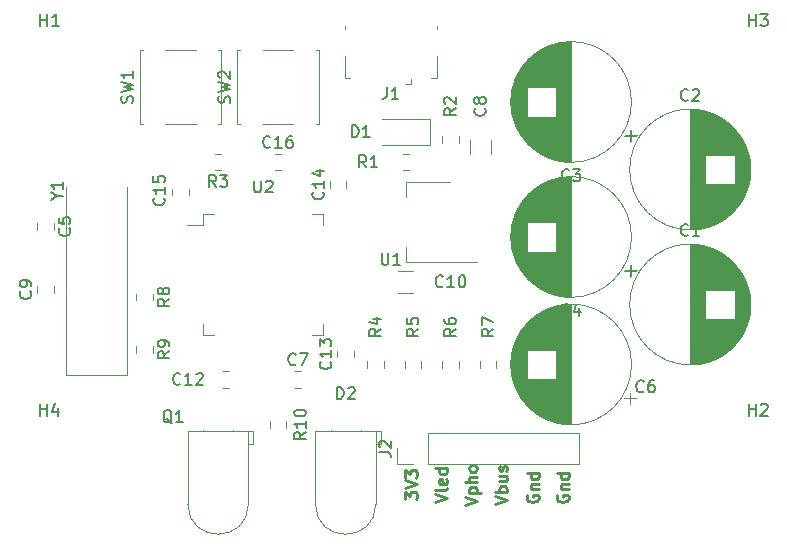
<source format=gbr>
G04 #@! TF.GenerationSoftware,KiCad,Pcbnew,(5.1.4)-1*
G04 #@! TF.CreationDate,2019-09-08T20:10:46+01:00*
G04 #@! TF.ProjectId,autoscreen,6175746f-7363-4726-9565-6e2e6b696361,rev?*
G04 #@! TF.SameCoordinates,Original*
G04 #@! TF.FileFunction,Legend,Top*
G04 #@! TF.FilePolarity,Positive*
%FSLAX46Y46*%
G04 Gerber Fmt 4.6, Leading zero omitted, Abs format (unit mm)*
G04 Created by KiCad (PCBNEW (5.1.4)-1) date 2019-09-08 20:10:46*
%MOMM*%
%LPD*%
G04 APERTURE LIST*
%ADD10C,0.254000*%
%ADD11C,0.120000*%
%ADD12C,0.150000*%
G04 APERTURE END LIST*
D10*
X137111619Y-133337904D02*
X137111619Y-132708952D01*
X137498666Y-133047619D01*
X137498666Y-132902476D01*
X137547047Y-132805714D01*
X137595428Y-132757333D01*
X137692190Y-132708952D01*
X137934095Y-132708952D01*
X138030857Y-132757333D01*
X138079238Y-132805714D01*
X138127619Y-132902476D01*
X138127619Y-133192761D01*
X138079238Y-133289523D01*
X138030857Y-133337904D01*
X137111619Y-132418666D02*
X138127619Y-132080000D01*
X137111619Y-131741333D01*
X137111619Y-131499428D02*
X137111619Y-130870476D01*
X137498666Y-131209142D01*
X137498666Y-131064000D01*
X137547047Y-130967238D01*
X137595428Y-130918857D01*
X137692190Y-130870476D01*
X137934095Y-130870476D01*
X138030857Y-130918857D01*
X138079238Y-130967238D01*
X138127619Y-131064000D01*
X138127619Y-131354285D01*
X138079238Y-131451047D01*
X138030857Y-131499428D01*
X139651619Y-133579809D02*
X140667619Y-133241142D01*
X139651619Y-132902476D01*
X140667619Y-132418666D02*
X140619238Y-132515428D01*
X140522476Y-132563809D01*
X139651619Y-132563809D01*
X140619238Y-131644571D02*
X140667619Y-131741333D01*
X140667619Y-131934857D01*
X140619238Y-132031619D01*
X140522476Y-132080000D01*
X140135428Y-132080000D01*
X140038666Y-132031619D01*
X139990285Y-131934857D01*
X139990285Y-131741333D01*
X140038666Y-131644571D01*
X140135428Y-131596190D01*
X140232190Y-131596190D01*
X140328952Y-132080000D01*
X140667619Y-130725333D02*
X139651619Y-130725333D01*
X140619238Y-130725333D02*
X140667619Y-130822095D01*
X140667619Y-131015619D01*
X140619238Y-131112380D01*
X140570857Y-131160761D01*
X140474095Y-131209142D01*
X140183809Y-131209142D01*
X140087047Y-131160761D01*
X140038666Y-131112380D01*
X139990285Y-131015619D01*
X139990285Y-130822095D01*
X140038666Y-130725333D01*
X142191619Y-133797523D02*
X143207619Y-133458857D01*
X142191619Y-133120190D01*
X142530285Y-132781523D02*
X143546285Y-132781523D01*
X142578666Y-132781523D02*
X142530285Y-132684761D01*
X142530285Y-132491238D01*
X142578666Y-132394476D01*
X142627047Y-132346095D01*
X142723809Y-132297714D01*
X143014095Y-132297714D01*
X143110857Y-132346095D01*
X143159238Y-132394476D01*
X143207619Y-132491238D01*
X143207619Y-132684761D01*
X143159238Y-132781523D01*
X143207619Y-131862285D02*
X142191619Y-131862285D01*
X143207619Y-131426857D02*
X142675428Y-131426857D01*
X142578666Y-131475238D01*
X142530285Y-131572000D01*
X142530285Y-131717142D01*
X142578666Y-131813904D01*
X142627047Y-131862285D01*
X143207619Y-130797904D02*
X143159238Y-130894666D01*
X143110857Y-130943047D01*
X143014095Y-130991428D01*
X142723809Y-130991428D01*
X142627047Y-130943047D01*
X142578666Y-130894666D01*
X142530285Y-130797904D01*
X142530285Y-130652761D01*
X142578666Y-130556000D01*
X142627047Y-130507619D01*
X142723809Y-130459238D01*
X143014095Y-130459238D01*
X143110857Y-130507619D01*
X143159238Y-130556000D01*
X143207619Y-130652761D01*
X143207619Y-130797904D01*
X144731619Y-133749142D02*
X145747619Y-133410476D01*
X144731619Y-133071809D01*
X145747619Y-132733142D02*
X144731619Y-132733142D01*
X145118666Y-132733142D02*
X145070285Y-132636380D01*
X145070285Y-132442857D01*
X145118666Y-132346095D01*
X145167047Y-132297714D01*
X145263809Y-132249333D01*
X145554095Y-132249333D01*
X145650857Y-132297714D01*
X145699238Y-132346095D01*
X145747619Y-132442857D01*
X145747619Y-132636380D01*
X145699238Y-132733142D01*
X145070285Y-131378476D02*
X145747619Y-131378476D01*
X145070285Y-131813904D02*
X145602476Y-131813904D01*
X145699238Y-131765523D01*
X145747619Y-131668761D01*
X145747619Y-131523619D01*
X145699238Y-131426857D01*
X145650857Y-131378476D01*
X145699238Y-130943047D02*
X145747619Y-130846285D01*
X145747619Y-130652761D01*
X145699238Y-130556000D01*
X145602476Y-130507619D01*
X145554095Y-130507619D01*
X145457333Y-130556000D01*
X145408952Y-130652761D01*
X145408952Y-130797904D01*
X145360571Y-130894666D01*
X145263809Y-130943047D01*
X145215428Y-130943047D01*
X145118666Y-130894666D01*
X145070285Y-130797904D01*
X145070285Y-130652761D01*
X145118666Y-130556000D01*
X147447000Y-132987142D02*
X147398619Y-133083904D01*
X147398619Y-133229047D01*
X147447000Y-133374190D01*
X147543761Y-133470952D01*
X147640523Y-133519333D01*
X147834047Y-133567714D01*
X147979190Y-133567714D01*
X148172714Y-133519333D01*
X148269476Y-133470952D01*
X148366238Y-133374190D01*
X148414619Y-133229047D01*
X148414619Y-133132285D01*
X148366238Y-132987142D01*
X148317857Y-132938761D01*
X147979190Y-132938761D01*
X147979190Y-133132285D01*
X147737285Y-132503333D02*
X148414619Y-132503333D01*
X147834047Y-132503333D02*
X147785666Y-132454952D01*
X147737285Y-132358190D01*
X147737285Y-132213047D01*
X147785666Y-132116285D01*
X147882428Y-132067904D01*
X148414619Y-132067904D01*
X148414619Y-131148666D02*
X147398619Y-131148666D01*
X148366238Y-131148666D02*
X148414619Y-131245428D01*
X148414619Y-131438952D01*
X148366238Y-131535714D01*
X148317857Y-131584095D01*
X148221095Y-131632476D01*
X147930809Y-131632476D01*
X147834047Y-131584095D01*
X147785666Y-131535714D01*
X147737285Y-131438952D01*
X147737285Y-131245428D01*
X147785666Y-131148666D01*
X149987000Y-132987142D02*
X149938619Y-133083904D01*
X149938619Y-133229047D01*
X149987000Y-133374190D01*
X150083761Y-133470952D01*
X150180523Y-133519333D01*
X150374047Y-133567714D01*
X150519190Y-133567714D01*
X150712714Y-133519333D01*
X150809476Y-133470952D01*
X150906238Y-133374190D01*
X150954619Y-133229047D01*
X150954619Y-133132285D01*
X150906238Y-132987142D01*
X150857857Y-132938761D01*
X150519190Y-132938761D01*
X150519190Y-133132285D01*
X150277285Y-132503333D02*
X150954619Y-132503333D01*
X150374047Y-132503333D02*
X150325666Y-132454952D01*
X150277285Y-132358190D01*
X150277285Y-132213047D01*
X150325666Y-132116285D01*
X150422428Y-132067904D01*
X150954619Y-132067904D01*
X150954619Y-131148666D02*
X149938619Y-131148666D01*
X150906238Y-131148666D02*
X150954619Y-131245428D01*
X150954619Y-131438952D01*
X150906238Y-131535714D01*
X150857857Y-131584095D01*
X150761095Y-131632476D01*
X150470809Y-131632476D01*
X150374047Y-131584095D01*
X150325666Y-131535714D01*
X150277285Y-131438952D01*
X150277285Y-131245428D01*
X150325666Y-131148666D01*
D11*
X136465000Y-130362000D02*
X136465000Y-129032000D01*
X137795000Y-130362000D02*
X136465000Y-130362000D01*
X139065000Y-130362000D02*
X139065000Y-127702000D01*
X139065000Y-127702000D02*
X151825000Y-127702000D01*
X139065000Y-130362000D02*
X151825000Y-130362000D01*
X151825000Y-130362000D02*
X151825000Y-127702000D01*
X132155000Y-106941252D02*
X132155000Y-106418748D01*
X130735000Y-106941252D02*
X130735000Y-106418748D01*
X113548000Y-122851000D02*
X113548000Y-106876000D01*
X108448000Y-122851000D02*
X113548000Y-122851000D01*
X108448000Y-106876000D02*
X108448000Y-122851000D01*
X119985000Y-110140000D02*
X118645000Y-110140000D01*
X119985000Y-109190000D02*
X119985000Y-110140000D01*
X120935000Y-109190000D02*
X119985000Y-109190000D01*
X130205000Y-109190000D02*
X130205000Y-110140000D01*
X129255000Y-109190000D02*
X130205000Y-109190000D01*
X119985000Y-119410000D02*
X119985000Y-118460000D01*
X120935000Y-119410000D02*
X119985000Y-119410000D01*
X130205000Y-119410000D02*
X130205000Y-118460000D01*
X129255000Y-119410000D02*
X130205000Y-119410000D01*
X143165000Y-113265000D02*
X137155000Y-113265000D01*
X140915000Y-106445000D02*
X137155000Y-106445000D01*
X137155000Y-113265000D02*
X137155000Y-112005000D01*
X137155000Y-106445000D02*
X137155000Y-107705000D01*
X125065000Y-95275000D02*
X127665000Y-95275000D01*
X129815000Y-101575000D02*
X129565000Y-101575000D01*
X129815000Y-95275000D02*
X129815000Y-101575000D01*
X129565000Y-95275000D02*
X129815000Y-95275000D01*
X127665000Y-101575000D02*
X125065000Y-101575000D01*
X122915000Y-95275000D02*
X123165000Y-95275000D01*
X122915000Y-101575000D02*
X122915000Y-95275000D01*
X123165000Y-101575000D02*
X122915000Y-101575000D01*
X116810000Y-95275000D02*
X119410000Y-95275000D01*
X121560000Y-101575000D02*
X121310000Y-101575000D01*
X121560000Y-95275000D02*
X121560000Y-101575000D01*
X121310000Y-95275000D02*
X121560000Y-95275000D01*
X119410000Y-101575000D02*
X116810000Y-101575000D01*
X114660000Y-95275000D02*
X114910000Y-95275000D01*
X114660000Y-101575000D02*
X114660000Y-95275000D01*
X114910000Y-101575000D02*
X114660000Y-101575000D01*
X127075000Y-127261252D02*
X127075000Y-126738748D01*
X125655000Y-127261252D02*
X125655000Y-126738748D01*
X114352000Y-120388748D02*
X114352000Y-120911252D01*
X115772000Y-120388748D02*
X115772000Y-120911252D01*
X114352000Y-115943748D02*
X114352000Y-116466252D01*
X115772000Y-115943748D02*
X115772000Y-116466252D01*
X144855000Y-122181252D02*
X144855000Y-121658748D01*
X143435000Y-122181252D02*
X143435000Y-121658748D01*
X141680000Y-122181252D02*
X141680000Y-121658748D01*
X140260000Y-122181252D02*
X140260000Y-121658748D01*
X138505000Y-122181252D02*
X138505000Y-121658748D01*
X137085000Y-122181252D02*
X137085000Y-121658748D01*
X135330000Y-122181252D02*
X135330000Y-121658748D01*
X133910000Y-122181252D02*
X133910000Y-121658748D01*
X121546252Y-104065000D02*
X121023748Y-104065000D01*
X121546252Y-105485000D02*
X121023748Y-105485000D01*
X141680000Y-103131252D02*
X141680000Y-102608748D01*
X140260000Y-103131252D02*
X140260000Y-102608748D01*
X137421252Y-104065000D02*
X136898748Y-104065000D01*
X137421252Y-105485000D02*
X136898748Y-105485000D01*
X122555000Y-127445000D02*
X122555000Y-127445000D01*
X122555000Y-127575000D02*
X122555000Y-127445000D01*
X122555000Y-127575000D02*
X122555000Y-127575000D01*
X122555000Y-127445000D02*
X122555000Y-127575000D01*
X120015000Y-127445000D02*
X120015000Y-127445000D01*
X120015000Y-127575000D02*
X120015000Y-127445000D01*
X120015000Y-127575000D02*
X120015000Y-127575000D01*
X120015000Y-127445000D02*
X120015000Y-127575000D01*
X123845000Y-127575000D02*
X124245000Y-127575000D01*
X123845000Y-128695000D02*
X123845000Y-127575000D01*
X124245000Y-128695000D02*
X123845000Y-128695000D01*
X124245000Y-127575000D02*
X124245000Y-128695000D01*
X118725000Y-127575000D02*
X123845000Y-127575000D01*
X123845000Y-127575000D02*
X123845000Y-133735000D01*
X118725000Y-127575000D02*
X118725000Y-133735000D01*
X123845000Y-133735000D02*
G75*
G02X118725000Y-133735000I-2560000J0D01*
G01*
X137590000Y-98197500D02*
X137590000Y-97747500D01*
X137590000Y-98197500D02*
X137140000Y-98197500D01*
X131990000Y-97647500D02*
X132440000Y-97647500D01*
X131990000Y-95797500D02*
X131990000Y-97647500D01*
X139790000Y-93247500D02*
X139790000Y-93497500D01*
X131990000Y-93247500D02*
X131990000Y-93497500D01*
X139790000Y-95797500D02*
X139790000Y-97647500D01*
X139790000Y-97647500D02*
X139340000Y-97647500D01*
X134640000Y-133735000D02*
G75*
G02X129520000Y-133735000I-2560000J0D01*
G01*
X133350000Y-127445000D02*
X133350000Y-127445000D01*
X133350000Y-127575000D02*
X133350000Y-127445000D01*
X133350000Y-127575000D02*
X133350000Y-127575000D01*
X133350000Y-127445000D02*
X133350000Y-127575000D01*
X130810000Y-127445000D02*
X130810000Y-127445000D01*
X130810000Y-127575000D02*
X130810000Y-127445000D01*
X130810000Y-127575000D02*
X130810000Y-127575000D01*
X130810000Y-127445000D02*
X130810000Y-127575000D01*
X134640000Y-127575000D02*
X135040000Y-127575000D01*
X134640000Y-128695000D02*
X134640000Y-127575000D01*
X135040000Y-128695000D02*
X134640000Y-128695000D01*
X135040000Y-127575000D02*
X135040000Y-128695000D01*
X129520000Y-127575000D02*
X134640000Y-127575000D01*
X134640000Y-127575000D02*
X134640000Y-133735000D01*
X129520000Y-127575000D02*
X129520000Y-133735000D01*
X139202500Y-101100000D02*
X135142500Y-101100000D01*
X139202500Y-103370000D02*
X139202500Y-101100000D01*
X135142500Y-103370000D02*
X139202500Y-103370000D01*
X126103748Y-105485000D02*
X126626252Y-105485000D01*
X126103748Y-104065000D02*
X126626252Y-104065000D01*
X118820000Y-107576252D02*
X118820000Y-107053748D01*
X117400000Y-107576252D02*
X117400000Y-107053748D01*
X132790000Y-121301252D02*
X132790000Y-120778748D01*
X131370000Y-121301252D02*
X131370000Y-120778748D01*
X122181252Y-122480000D02*
X121658748Y-122480000D01*
X122181252Y-123900000D02*
X121658748Y-123900000D01*
X136557936Y-115845000D02*
X137762064Y-115845000D01*
X136557936Y-114025000D02*
X137762064Y-114025000D01*
X107390000Y-115831252D02*
X107390000Y-115308748D01*
X105970000Y-115831252D02*
X105970000Y-115308748D01*
X144420000Y-104107064D02*
X144420000Y-102902936D01*
X142600000Y-104107064D02*
X142600000Y-102902936D01*
X127763748Y-123900000D02*
X128286252Y-123900000D01*
X127763748Y-122480000D02*
X128286252Y-122480000D01*
X156149646Y-125295000D02*
X156149646Y-124295000D01*
X156649646Y-124795000D02*
X155649646Y-124795000D01*
X146089000Y-122519000D02*
X146089000Y-121321000D01*
X146129000Y-122782000D02*
X146129000Y-121058000D01*
X146169000Y-122982000D02*
X146169000Y-120858000D01*
X146209000Y-123150000D02*
X146209000Y-120690000D01*
X146249000Y-123298000D02*
X146249000Y-120542000D01*
X146289000Y-123430000D02*
X146289000Y-120410000D01*
X146329000Y-123550000D02*
X146329000Y-120290000D01*
X146369000Y-123662000D02*
X146369000Y-120178000D01*
X146409000Y-123766000D02*
X146409000Y-120074000D01*
X146449000Y-123864000D02*
X146449000Y-119976000D01*
X146489000Y-123957000D02*
X146489000Y-119883000D01*
X146529000Y-124045000D02*
X146529000Y-119795000D01*
X146569000Y-124129000D02*
X146569000Y-119711000D01*
X146609000Y-124209000D02*
X146609000Y-119631000D01*
X146649000Y-124285000D02*
X146649000Y-119555000D01*
X146689000Y-124359000D02*
X146689000Y-119481000D01*
X146729000Y-124430000D02*
X146729000Y-119410000D01*
X146769000Y-124499000D02*
X146769000Y-119341000D01*
X146809000Y-124565000D02*
X146809000Y-119275000D01*
X146849000Y-124629000D02*
X146849000Y-119211000D01*
X146889000Y-124690000D02*
X146889000Y-119150000D01*
X146929000Y-124750000D02*
X146929000Y-119090000D01*
X146969000Y-124809000D02*
X146969000Y-119031000D01*
X147009000Y-124865000D02*
X147009000Y-118975000D01*
X147049000Y-124920000D02*
X147049000Y-118920000D01*
X147089000Y-124974000D02*
X147089000Y-118866000D01*
X147129000Y-125026000D02*
X147129000Y-118814000D01*
X147169000Y-125076000D02*
X147169000Y-118764000D01*
X147209000Y-125126000D02*
X147209000Y-118714000D01*
X147249000Y-125174000D02*
X147249000Y-118666000D01*
X147289000Y-125221000D02*
X147289000Y-118619000D01*
X147329000Y-125267000D02*
X147329000Y-118573000D01*
X147369000Y-125312000D02*
X147369000Y-118528000D01*
X147409000Y-125356000D02*
X147409000Y-118484000D01*
X147449000Y-120679000D02*
X147449000Y-118442000D01*
X147449000Y-125398000D02*
X147449000Y-123161000D01*
X147489000Y-120679000D02*
X147489000Y-118400000D01*
X147489000Y-125440000D02*
X147489000Y-123161000D01*
X147529000Y-120679000D02*
X147529000Y-118359000D01*
X147529000Y-125481000D02*
X147529000Y-123161000D01*
X147569000Y-120679000D02*
X147569000Y-118319000D01*
X147569000Y-125521000D02*
X147569000Y-123161000D01*
X147609000Y-120679000D02*
X147609000Y-118280000D01*
X147609000Y-125560000D02*
X147609000Y-123161000D01*
X147649000Y-120679000D02*
X147649000Y-118241000D01*
X147649000Y-125599000D02*
X147649000Y-123161000D01*
X147689000Y-120679000D02*
X147689000Y-118204000D01*
X147689000Y-125636000D02*
X147689000Y-123161000D01*
X147729000Y-120679000D02*
X147729000Y-118167000D01*
X147729000Y-125673000D02*
X147729000Y-123161000D01*
X147769000Y-120679000D02*
X147769000Y-118131000D01*
X147769000Y-125709000D02*
X147769000Y-123161000D01*
X147809000Y-120679000D02*
X147809000Y-118096000D01*
X147809000Y-125744000D02*
X147809000Y-123161000D01*
X147849000Y-120679000D02*
X147849000Y-118062000D01*
X147849000Y-125778000D02*
X147849000Y-123161000D01*
X147889000Y-120679000D02*
X147889000Y-118028000D01*
X147889000Y-125812000D02*
X147889000Y-123161000D01*
X147929000Y-120679000D02*
X147929000Y-117995000D01*
X147929000Y-125845000D02*
X147929000Y-123161000D01*
X147969000Y-120679000D02*
X147969000Y-117963000D01*
X147969000Y-125877000D02*
X147969000Y-123161000D01*
X148009000Y-120679000D02*
X148009000Y-117931000D01*
X148009000Y-125909000D02*
X148009000Y-123161000D01*
X148049000Y-120679000D02*
X148049000Y-117900000D01*
X148049000Y-125940000D02*
X148049000Y-123161000D01*
X148089000Y-120679000D02*
X148089000Y-117870000D01*
X148089000Y-125970000D02*
X148089000Y-123161000D01*
X148129000Y-120679000D02*
X148129000Y-117840000D01*
X148129000Y-126000000D02*
X148129000Y-123161000D01*
X148169000Y-120679000D02*
X148169000Y-117810000D01*
X148169000Y-126030000D02*
X148169000Y-123161000D01*
X148209000Y-120679000D02*
X148209000Y-117782000D01*
X148209000Y-126058000D02*
X148209000Y-123161000D01*
X148249000Y-120679000D02*
X148249000Y-117754000D01*
X148249000Y-126086000D02*
X148249000Y-123161000D01*
X148289000Y-120679000D02*
X148289000Y-117726000D01*
X148289000Y-126114000D02*
X148289000Y-123161000D01*
X148329000Y-120679000D02*
X148329000Y-117699000D01*
X148329000Y-126141000D02*
X148329000Y-123161000D01*
X148369000Y-120679000D02*
X148369000Y-117673000D01*
X148369000Y-126167000D02*
X148369000Y-123161000D01*
X148409000Y-120679000D02*
X148409000Y-117647000D01*
X148409000Y-126193000D02*
X148409000Y-123161000D01*
X148449000Y-120679000D02*
X148449000Y-117622000D01*
X148449000Y-126218000D02*
X148449000Y-123161000D01*
X148489000Y-120679000D02*
X148489000Y-117597000D01*
X148489000Y-126243000D02*
X148489000Y-123161000D01*
X148529000Y-120679000D02*
X148529000Y-117573000D01*
X148529000Y-126267000D02*
X148529000Y-123161000D01*
X148569000Y-120679000D02*
X148569000Y-117549000D01*
X148569000Y-126291000D02*
X148569000Y-123161000D01*
X148609000Y-120679000D02*
X148609000Y-117525000D01*
X148609000Y-126315000D02*
X148609000Y-123161000D01*
X148649000Y-120679000D02*
X148649000Y-117503000D01*
X148649000Y-126337000D02*
X148649000Y-123161000D01*
X148689000Y-120679000D02*
X148689000Y-117480000D01*
X148689000Y-126360000D02*
X148689000Y-123161000D01*
X148729000Y-120679000D02*
X148729000Y-117458000D01*
X148729000Y-126382000D02*
X148729000Y-123161000D01*
X148769000Y-120679000D02*
X148769000Y-117437000D01*
X148769000Y-126403000D02*
X148769000Y-123161000D01*
X148809000Y-120679000D02*
X148809000Y-117416000D01*
X148809000Y-126424000D02*
X148809000Y-123161000D01*
X148849000Y-120679000D02*
X148849000Y-117395000D01*
X148849000Y-126445000D02*
X148849000Y-123161000D01*
X148889000Y-120679000D02*
X148889000Y-117375000D01*
X148889000Y-126465000D02*
X148889000Y-123161000D01*
X148929000Y-120679000D02*
X148929000Y-117356000D01*
X148929000Y-126484000D02*
X148929000Y-123161000D01*
X148969000Y-120679000D02*
X148969000Y-117336000D01*
X148969000Y-126504000D02*
X148969000Y-123161000D01*
X149009000Y-120679000D02*
X149009000Y-117317000D01*
X149009000Y-126523000D02*
X149009000Y-123161000D01*
X149049000Y-120679000D02*
X149049000Y-117299000D01*
X149049000Y-126541000D02*
X149049000Y-123161000D01*
X149089000Y-120679000D02*
X149089000Y-117281000D01*
X149089000Y-126559000D02*
X149089000Y-123161000D01*
X149129000Y-120679000D02*
X149129000Y-117263000D01*
X149129000Y-126577000D02*
X149129000Y-123161000D01*
X149169000Y-120679000D02*
X149169000Y-117246000D01*
X149169000Y-126594000D02*
X149169000Y-123161000D01*
X149209000Y-120679000D02*
X149209000Y-117230000D01*
X149209000Y-126610000D02*
X149209000Y-123161000D01*
X149249000Y-120679000D02*
X149249000Y-117213000D01*
X149249000Y-126627000D02*
X149249000Y-123161000D01*
X149289000Y-120679000D02*
X149289000Y-117197000D01*
X149289000Y-126643000D02*
X149289000Y-123161000D01*
X149329000Y-120679000D02*
X149329000Y-117182000D01*
X149329000Y-126658000D02*
X149329000Y-123161000D01*
X149369000Y-120679000D02*
X149369000Y-117166000D01*
X149369000Y-126674000D02*
X149369000Y-123161000D01*
X149409000Y-120679000D02*
X149409000Y-117152000D01*
X149409000Y-126688000D02*
X149409000Y-123161000D01*
X149449000Y-120679000D02*
X149449000Y-117137000D01*
X149449000Y-126703000D02*
X149449000Y-123161000D01*
X149489000Y-120679000D02*
X149489000Y-117123000D01*
X149489000Y-126717000D02*
X149489000Y-123161000D01*
X149529000Y-120679000D02*
X149529000Y-117109000D01*
X149529000Y-126731000D02*
X149529000Y-123161000D01*
X149569000Y-120679000D02*
X149569000Y-117096000D01*
X149569000Y-126744000D02*
X149569000Y-123161000D01*
X149609000Y-120679000D02*
X149609000Y-117083000D01*
X149609000Y-126757000D02*
X149609000Y-123161000D01*
X149649000Y-120679000D02*
X149649000Y-117070000D01*
X149649000Y-126770000D02*
X149649000Y-123161000D01*
X149689000Y-120679000D02*
X149689000Y-117058000D01*
X149689000Y-126782000D02*
X149689000Y-123161000D01*
X149729000Y-120679000D02*
X149729000Y-117046000D01*
X149729000Y-126794000D02*
X149729000Y-123161000D01*
X149769000Y-120679000D02*
X149769000Y-117035000D01*
X149769000Y-126805000D02*
X149769000Y-123161000D01*
X149809000Y-120679000D02*
X149809000Y-117023000D01*
X149809000Y-126817000D02*
X149809000Y-123161000D01*
X149849000Y-120679000D02*
X149849000Y-117013000D01*
X149849000Y-126827000D02*
X149849000Y-123161000D01*
X149889000Y-120679000D02*
X149889000Y-117002000D01*
X149889000Y-126838000D02*
X149889000Y-123161000D01*
X149929000Y-126848000D02*
X149929000Y-116992000D01*
X149969000Y-126858000D02*
X149969000Y-116982000D01*
X150009000Y-126867000D02*
X150009000Y-116973000D01*
X150049000Y-126876000D02*
X150049000Y-116964000D01*
X150089000Y-126885000D02*
X150089000Y-116955000D01*
X150129000Y-126894000D02*
X150129000Y-116946000D01*
X150169000Y-126902000D02*
X150169000Y-116938000D01*
X150209000Y-126910000D02*
X150209000Y-116930000D01*
X150249000Y-126917000D02*
X150249000Y-116923000D01*
X150289000Y-126924000D02*
X150289000Y-116916000D01*
X150329000Y-126931000D02*
X150329000Y-116909000D01*
X150369000Y-126938000D02*
X150369000Y-116902000D01*
X150409000Y-126944000D02*
X150409000Y-116896000D01*
X150449000Y-126950000D02*
X150449000Y-116890000D01*
X150490000Y-126955000D02*
X150490000Y-116885000D01*
X150530000Y-126960000D02*
X150530000Y-116880000D01*
X150570000Y-126965000D02*
X150570000Y-116875000D01*
X150610000Y-126970000D02*
X150610000Y-116870000D01*
X150650000Y-126974000D02*
X150650000Y-116866000D01*
X150690000Y-126978000D02*
X150690000Y-116862000D01*
X150730000Y-126982000D02*
X150730000Y-116858000D01*
X150770000Y-126985000D02*
X150770000Y-116855000D01*
X150810000Y-126988000D02*
X150810000Y-116852000D01*
X150850000Y-126990000D02*
X150850000Y-116850000D01*
X150890000Y-126993000D02*
X150890000Y-116847000D01*
X150930000Y-126995000D02*
X150930000Y-116845000D01*
X150970000Y-126997000D02*
X150970000Y-116843000D01*
X151010000Y-126998000D02*
X151010000Y-116842000D01*
X151050000Y-126999000D02*
X151050000Y-116841000D01*
X151090000Y-127000000D02*
X151090000Y-116840000D01*
X151130000Y-127000000D02*
X151130000Y-116840000D01*
X151170000Y-127000000D02*
X151170000Y-116840000D01*
X156290000Y-121920000D02*
G75*
G03X156290000Y-121920000I-5120000J0D01*
G01*
X105970000Y-109974748D02*
X105970000Y-110497252D01*
X107390000Y-109974748D02*
X107390000Y-110497252D01*
X156149646Y-114500000D02*
X156149646Y-113500000D01*
X156649646Y-114000000D02*
X155649646Y-114000000D01*
X146089000Y-111724000D02*
X146089000Y-110526000D01*
X146129000Y-111987000D02*
X146129000Y-110263000D01*
X146169000Y-112187000D02*
X146169000Y-110063000D01*
X146209000Y-112355000D02*
X146209000Y-109895000D01*
X146249000Y-112503000D02*
X146249000Y-109747000D01*
X146289000Y-112635000D02*
X146289000Y-109615000D01*
X146329000Y-112755000D02*
X146329000Y-109495000D01*
X146369000Y-112867000D02*
X146369000Y-109383000D01*
X146409000Y-112971000D02*
X146409000Y-109279000D01*
X146449000Y-113069000D02*
X146449000Y-109181000D01*
X146489000Y-113162000D02*
X146489000Y-109088000D01*
X146529000Y-113250000D02*
X146529000Y-109000000D01*
X146569000Y-113334000D02*
X146569000Y-108916000D01*
X146609000Y-113414000D02*
X146609000Y-108836000D01*
X146649000Y-113490000D02*
X146649000Y-108760000D01*
X146689000Y-113564000D02*
X146689000Y-108686000D01*
X146729000Y-113635000D02*
X146729000Y-108615000D01*
X146769000Y-113704000D02*
X146769000Y-108546000D01*
X146809000Y-113770000D02*
X146809000Y-108480000D01*
X146849000Y-113834000D02*
X146849000Y-108416000D01*
X146889000Y-113895000D02*
X146889000Y-108355000D01*
X146929000Y-113955000D02*
X146929000Y-108295000D01*
X146969000Y-114014000D02*
X146969000Y-108236000D01*
X147009000Y-114070000D02*
X147009000Y-108180000D01*
X147049000Y-114125000D02*
X147049000Y-108125000D01*
X147089000Y-114179000D02*
X147089000Y-108071000D01*
X147129000Y-114231000D02*
X147129000Y-108019000D01*
X147169000Y-114281000D02*
X147169000Y-107969000D01*
X147209000Y-114331000D02*
X147209000Y-107919000D01*
X147249000Y-114379000D02*
X147249000Y-107871000D01*
X147289000Y-114426000D02*
X147289000Y-107824000D01*
X147329000Y-114472000D02*
X147329000Y-107778000D01*
X147369000Y-114517000D02*
X147369000Y-107733000D01*
X147409000Y-114561000D02*
X147409000Y-107689000D01*
X147449000Y-109884000D02*
X147449000Y-107647000D01*
X147449000Y-114603000D02*
X147449000Y-112366000D01*
X147489000Y-109884000D02*
X147489000Y-107605000D01*
X147489000Y-114645000D02*
X147489000Y-112366000D01*
X147529000Y-109884000D02*
X147529000Y-107564000D01*
X147529000Y-114686000D02*
X147529000Y-112366000D01*
X147569000Y-109884000D02*
X147569000Y-107524000D01*
X147569000Y-114726000D02*
X147569000Y-112366000D01*
X147609000Y-109884000D02*
X147609000Y-107485000D01*
X147609000Y-114765000D02*
X147609000Y-112366000D01*
X147649000Y-109884000D02*
X147649000Y-107446000D01*
X147649000Y-114804000D02*
X147649000Y-112366000D01*
X147689000Y-109884000D02*
X147689000Y-107409000D01*
X147689000Y-114841000D02*
X147689000Y-112366000D01*
X147729000Y-109884000D02*
X147729000Y-107372000D01*
X147729000Y-114878000D02*
X147729000Y-112366000D01*
X147769000Y-109884000D02*
X147769000Y-107336000D01*
X147769000Y-114914000D02*
X147769000Y-112366000D01*
X147809000Y-109884000D02*
X147809000Y-107301000D01*
X147809000Y-114949000D02*
X147809000Y-112366000D01*
X147849000Y-109884000D02*
X147849000Y-107267000D01*
X147849000Y-114983000D02*
X147849000Y-112366000D01*
X147889000Y-109884000D02*
X147889000Y-107233000D01*
X147889000Y-115017000D02*
X147889000Y-112366000D01*
X147929000Y-109884000D02*
X147929000Y-107200000D01*
X147929000Y-115050000D02*
X147929000Y-112366000D01*
X147969000Y-109884000D02*
X147969000Y-107168000D01*
X147969000Y-115082000D02*
X147969000Y-112366000D01*
X148009000Y-109884000D02*
X148009000Y-107136000D01*
X148009000Y-115114000D02*
X148009000Y-112366000D01*
X148049000Y-109884000D02*
X148049000Y-107105000D01*
X148049000Y-115145000D02*
X148049000Y-112366000D01*
X148089000Y-109884000D02*
X148089000Y-107075000D01*
X148089000Y-115175000D02*
X148089000Y-112366000D01*
X148129000Y-109884000D02*
X148129000Y-107045000D01*
X148129000Y-115205000D02*
X148129000Y-112366000D01*
X148169000Y-109884000D02*
X148169000Y-107015000D01*
X148169000Y-115235000D02*
X148169000Y-112366000D01*
X148209000Y-109884000D02*
X148209000Y-106987000D01*
X148209000Y-115263000D02*
X148209000Y-112366000D01*
X148249000Y-109884000D02*
X148249000Y-106959000D01*
X148249000Y-115291000D02*
X148249000Y-112366000D01*
X148289000Y-109884000D02*
X148289000Y-106931000D01*
X148289000Y-115319000D02*
X148289000Y-112366000D01*
X148329000Y-109884000D02*
X148329000Y-106904000D01*
X148329000Y-115346000D02*
X148329000Y-112366000D01*
X148369000Y-109884000D02*
X148369000Y-106878000D01*
X148369000Y-115372000D02*
X148369000Y-112366000D01*
X148409000Y-109884000D02*
X148409000Y-106852000D01*
X148409000Y-115398000D02*
X148409000Y-112366000D01*
X148449000Y-109884000D02*
X148449000Y-106827000D01*
X148449000Y-115423000D02*
X148449000Y-112366000D01*
X148489000Y-109884000D02*
X148489000Y-106802000D01*
X148489000Y-115448000D02*
X148489000Y-112366000D01*
X148529000Y-109884000D02*
X148529000Y-106778000D01*
X148529000Y-115472000D02*
X148529000Y-112366000D01*
X148569000Y-109884000D02*
X148569000Y-106754000D01*
X148569000Y-115496000D02*
X148569000Y-112366000D01*
X148609000Y-109884000D02*
X148609000Y-106730000D01*
X148609000Y-115520000D02*
X148609000Y-112366000D01*
X148649000Y-109884000D02*
X148649000Y-106708000D01*
X148649000Y-115542000D02*
X148649000Y-112366000D01*
X148689000Y-109884000D02*
X148689000Y-106685000D01*
X148689000Y-115565000D02*
X148689000Y-112366000D01*
X148729000Y-109884000D02*
X148729000Y-106663000D01*
X148729000Y-115587000D02*
X148729000Y-112366000D01*
X148769000Y-109884000D02*
X148769000Y-106642000D01*
X148769000Y-115608000D02*
X148769000Y-112366000D01*
X148809000Y-109884000D02*
X148809000Y-106621000D01*
X148809000Y-115629000D02*
X148809000Y-112366000D01*
X148849000Y-109884000D02*
X148849000Y-106600000D01*
X148849000Y-115650000D02*
X148849000Y-112366000D01*
X148889000Y-109884000D02*
X148889000Y-106580000D01*
X148889000Y-115670000D02*
X148889000Y-112366000D01*
X148929000Y-109884000D02*
X148929000Y-106561000D01*
X148929000Y-115689000D02*
X148929000Y-112366000D01*
X148969000Y-109884000D02*
X148969000Y-106541000D01*
X148969000Y-115709000D02*
X148969000Y-112366000D01*
X149009000Y-109884000D02*
X149009000Y-106522000D01*
X149009000Y-115728000D02*
X149009000Y-112366000D01*
X149049000Y-109884000D02*
X149049000Y-106504000D01*
X149049000Y-115746000D02*
X149049000Y-112366000D01*
X149089000Y-109884000D02*
X149089000Y-106486000D01*
X149089000Y-115764000D02*
X149089000Y-112366000D01*
X149129000Y-109884000D02*
X149129000Y-106468000D01*
X149129000Y-115782000D02*
X149129000Y-112366000D01*
X149169000Y-109884000D02*
X149169000Y-106451000D01*
X149169000Y-115799000D02*
X149169000Y-112366000D01*
X149209000Y-109884000D02*
X149209000Y-106435000D01*
X149209000Y-115815000D02*
X149209000Y-112366000D01*
X149249000Y-109884000D02*
X149249000Y-106418000D01*
X149249000Y-115832000D02*
X149249000Y-112366000D01*
X149289000Y-109884000D02*
X149289000Y-106402000D01*
X149289000Y-115848000D02*
X149289000Y-112366000D01*
X149329000Y-109884000D02*
X149329000Y-106387000D01*
X149329000Y-115863000D02*
X149329000Y-112366000D01*
X149369000Y-109884000D02*
X149369000Y-106371000D01*
X149369000Y-115879000D02*
X149369000Y-112366000D01*
X149409000Y-109884000D02*
X149409000Y-106357000D01*
X149409000Y-115893000D02*
X149409000Y-112366000D01*
X149449000Y-109884000D02*
X149449000Y-106342000D01*
X149449000Y-115908000D02*
X149449000Y-112366000D01*
X149489000Y-109884000D02*
X149489000Y-106328000D01*
X149489000Y-115922000D02*
X149489000Y-112366000D01*
X149529000Y-109884000D02*
X149529000Y-106314000D01*
X149529000Y-115936000D02*
X149529000Y-112366000D01*
X149569000Y-109884000D02*
X149569000Y-106301000D01*
X149569000Y-115949000D02*
X149569000Y-112366000D01*
X149609000Y-109884000D02*
X149609000Y-106288000D01*
X149609000Y-115962000D02*
X149609000Y-112366000D01*
X149649000Y-109884000D02*
X149649000Y-106275000D01*
X149649000Y-115975000D02*
X149649000Y-112366000D01*
X149689000Y-109884000D02*
X149689000Y-106263000D01*
X149689000Y-115987000D02*
X149689000Y-112366000D01*
X149729000Y-109884000D02*
X149729000Y-106251000D01*
X149729000Y-115999000D02*
X149729000Y-112366000D01*
X149769000Y-109884000D02*
X149769000Y-106240000D01*
X149769000Y-116010000D02*
X149769000Y-112366000D01*
X149809000Y-109884000D02*
X149809000Y-106228000D01*
X149809000Y-116022000D02*
X149809000Y-112366000D01*
X149849000Y-109884000D02*
X149849000Y-106218000D01*
X149849000Y-116032000D02*
X149849000Y-112366000D01*
X149889000Y-109884000D02*
X149889000Y-106207000D01*
X149889000Y-116043000D02*
X149889000Y-112366000D01*
X149929000Y-116053000D02*
X149929000Y-106197000D01*
X149969000Y-116063000D02*
X149969000Y-106187000D01*
X150009000Y-116072000D02*
X150009000Y-106178000D01*
X150049000Y-116081000D02*
X150049000Y-106169000D01*
X150089000Y-116090000D02*
X150089000Y-106160000D01*
X150129000Y-116099000D02*
X150129000Y-106151000D01*
X150169000Y-116107000D02*
X150169000Y-106143000D01*
X150209000Y-116115000D02*
X150209000Y-106135000D01*
X150249000Y-116122000D02*
X150249000Y-106128000D01*
X150289000Y-116129000D02*
X150289000Y-106121000D01*
X150329000Y-116136000D02*
X150329000Y-106114000D01*
X150369000Y-116143000D02*
X150369000Y-106107000D01*
X150409000Y-116149000D02*
X150409000Y-106101000D01*
X150449000Y-116155000D02*
X150449000Y-106095000D01*
X150490000Y-116160000D02*
X150490000Y-106090000D01*
X150530000Y-116165000D02*
X150530000Y-106085000D01*
X150570000Y-116170000D02*
X150570000Y-106080000D01*
X150610000Y-116175000D02*
X150610000Y-106075000D01*
X150650000Y-116179000D02*
X150650000Y-106071000D01*
X150690000Y-116183000D02*
X150690000Y-106067000D01*
X150730000Y-116187000D02*
X150730000Y-106063000D01*
X150770000Y-116190000D02*
X150770000Y-106060000D01*
X150810000Y-116193000D02*
X150810000Y-106057000D01*
X150850000Y-116195000D02*
X150850000Y-106055000D01*
X150890000Y-116198000D02*
X150890000Y-106052000D01*
X150930000Y-116200000D02*
X150930000Y-106050000D01*
X150970000Y-116202000D02*
X150970000Y-106048000D01*
X151010000Y-116203000D02*
X151010000Y-106047000D01*
X151050000Y-116204000D02*
X151050000Y-106046000D01*
X151090000Y-116205000D02*
X151090000Y-106045000D01*
X151130000Y-116205000D02*
X151130000Y-106045000D01*
X151170000Y-116205000D02*
X151170000Y-106045000D01*
X156290000Y-111125000D02*
G75*
G03X156290000Y-111125000I-5120000J0D01*
G01*
X156149646Y-103070000D02*
X156149646Y-102070000D01*
X156649646Y-102570000D02*
X155649646Y-102570000D01*
X146089000Y-100294000D02*
X146089000Y-99096000D01*
X146129000Y-100557000D02*
X146129000Y-98833000D01*
X146169000Y-100757000D02*
X146169000Y-98633000D01*
X146209000Y-100925000D02*
X146209000Y-98465000D01*
X146249000Y-101073000D02*
X146249000Y-98317000D01*
X146289000Y-101205000D02*
X146289000Y-98185000D01*
X146329000Y-101325000D02*
X146329000Y-98065000D01*
X146369000Y-101437000D02*
X146369000Y-97953000D01*
X146409000Y-101541000D02*
X146409000Y-97849000D01*
X146449000Y-101639000D02*
X146449000Y-97751000D01*
X146489000Y-101732000D02*
X146489000Y-97658000D01*
X146529000Y-101820000D02*
X146529000Y-97570000D01*
X146569000Y-101904000D02*
X146569000Y-97486000D01*
X146609000Y-101984000D02*
X146609000Y-97406000D01*
X146649000Y-102060000D02*
X146649000Y-97330000D01*
X146689000Y-102134000D02*
X146689000Y-97256000D01*
X146729000Y-102205000D02*
X146729000Y-97185000D01*
X146769000Y-102274000D02*
X146769000Y-97116000D01*
X146809000Y-102340000D02*
X146809000Y-97050000D01*
X146849000Y-102404000D02*
X146849000Y-96986000D01*
X146889000Y-102465000D02*
X146889000Y-96925000D01*
X146929000Y-102525000D02*
X146929000Y-96865000D01*
X146969000Y-102584000D02*
X146969000Y-96806000D01*
X147009000Y-102640000D02*
X147009000Y-96750000D01*
X147049000Y-102695000D02*
X147049000Y-96695000D01*
X147089000Y-102749000D02*
X147089000Y-96641000D01*
X147129000Y-102801000D02*
X147129000Y-96589000D01*
X147169000Y-102851000D02*
X147169000Y-96539000D01*
X147209000Y-102901000D02*
X147209000Y-96489000D01*
X147249000Y-102949000D02*
X147249000Y-96441000D01*
X147289000Y-102996000D02*
X147289000Y-96394000D01*
X147329000Y-103042000D02*
X147329000Y-96348000D01*
X147369000Y-103087000D02*
X147369000Y-96303000D01*
X147409000Y-103131000D02*
X147409000Y-96259000D01*
X147449000Y-98454000D02*
X147449000Y-96217000D01*
X147449000Y-103173000D02*
X147449000Y-100936000D01*
X147489000Y-98454000D02*
X147489000Y-96175000D01*
X147489000Y-103215000D02*
X147489000Y-100936000D01*
X147529000Y-98454000D02*
X147529000Y-96134000D01*
X147529000Y-103256000D02*
X147529000Y-100936000D01*
X147569000Y-98454000D02*
X147569000Y-96094000D01*
X147569000Y-103296000D02*
X147569000Y-100936000D01*
X147609000Y-98454000D02*
X147609000Y-96055000D01*
X147609000Y-103335000D02*
X147609000Y-100936000D01*
X147649000Y-98454000D02*
X147649000Y-96016000D01*
X147649000Y-103374000D02*
X147649000Y-100936000D01*
X147689000Y-98454000D02*
X147689000Y-95979000D01*
X147689000Y-103411000D02*
X147689000Y-100936000D01*
X147729000Y-98454000D02*
X147729000Y-95942000D01*
X147729000Y-103448000D02*
X147729000Y-100936000D01*
X147769000Y-98454000D02*
X147769000Y-95906000D01*
X147769000Y-103484000D02*
X147769000Y-100936000D01*
X147809000Y-98454000D02*
X147809000Y-95871000D01*
X147809000Y-103519000D02*
X147809000Y-100936000D01*
X147849000Y-98454000D02*
X147849000Y-95837000D01*
X147849000Y-103553000D02*
X147849000Y-100936000D01*
X147889000Y-98454000D02*
X147889000Y-95803000D01*
X147889000Y-103587000D02*
X147889000Y-100936000D01*
X147929000Y-98454000D02*
X147929000Y-95770000D01*
X147929000Y-103620000D02*
X147929000Y-100936000D01*
X147969000Y-98454000D02*
X147969000Y-95738000D01*
X147969000Y-103652000D02*
X147969000Y-100936000D01*
X148009000Y-98454000D02*
X148009000Y-95706000D01*
X148009000Y-103684000D02*
X148009000Y-100936000D01*
X148049000Y-98454000D02*
X148049000Y-95675000D01*
X148049000Y-103715000D02*
X148049000Y-100936000D01*
X148089000Y-98454000D02*
X148089000Y-95645000D01*
X148089000Y-103745000D02*
X148089000Y-100936000D01*
X148129000Y-98454000D02*
X148129000Y-95615000D01*
X148129000Y-103775000D02*
X148129000Y-100936000D01*
X148169000Y-98454000D02*
X148169000Y-95585000D01*
X148169000Y-103805000D02*
X148169000Y-100936000D01*
X148209000Y-98454000D02*
X148209000Y-95557000D01*
X148209000Y-103833000D02*
X148209000Y-100936000D01*
X148249000Y-98454000D02*
X148249000Y-95529000D01*
X148249000Y-103861000D02*
X148249000Y-100936000D01*
X148289000Y-98454000D02*
X148289000Y-95501000D01*
X148289000Y-103889000D02*
X148289000Y-100936000D01*
X148329000Y-98454000D02*
X148329000Y-95474000D01*
X148329000Y-103916000D02*
X148329000Y-100936000D01*
X148369000Y-98454000D02*
X148369000Y-95448000D01*
X148369000Y-103942000D02*
X148369000Y-100936000D01*
X148409000Y-98454000D02*
X148409000Y-95422000D01*
X148409000Y-103968000D02*
X148409000Y-100936000D01*
X148449000Y-98454000D02*
X148449000Y-95397000D01*
X148449000Y-103993000D02*
X148449000Y-100936000D01*
X148489000Y-98454000D02*
X148489000Y-95372000D01*
X148489000Y-104018000D02*
X148489000Y-100936000D01*
X148529000Y-98454000D02*
X148529000Y-95348000D01*
X148529000Y-104042000D02*
X148529000Y-100936000D01*
X148569000Y-98454000D02*
X148569000Y-95324000D01*
X148569000Y-104066000D02*
X148569000Y-100936000D01*
X148609000Y-98454000D02*
X148609000Y-95300000D01*
X148609000Y-104090000D02*
X148609000Y-100936000D01*
X148649000Y-98454000D02*
X148649000Y-95278000D01*
X148649000Y-104112000D02*
X148649000Y-100936000D01*
X148689000Y-98454000D02*
X148689000Y-95255000D01*
X148689000Y-104135000D02*
X148689000Y-100936000D01*
X148729000Y-98454000D02*
X148729000Y-95233000D01*
X148729000Y-104157000D02*
X148729000Y-100936000D01*
X148769000Y-98454000D02*
X148769000Y-95212000D01*
X148769000Y-104178000D02*
X148769000Y-100936000D01*
X148809000Y-98454000D02*
X148809000Y-95191000D01*
X148809000Y-104199000D02*
X148809000Y-100936000D01*
X148849000Y-98454000D02*
X148849000Y-95170000D01*
X148849000Y-104220000D02*
X148849000Y-100936000D01*
X148889000Y-98454000D02*
X148889000Y-95150000D01*
X148889000Y-104240000D02*
X148889000Y-100936000D01*
X148929000Y-98454000D02*
X148929000Y-95131000D01*
X148929000Y-104259000D02*
X148929000Y-100936000D01*
X148969000Y-98454000D02*
X148969000Y-95111000D01*
X148969000Y-104279000D02*
X148969000Y-100936000D01*
X149009000Y-98454000D02*
X149009000Y-95092000D01*
X149009000Y-104298000D02*
X149009000Y-100936000D01*
X149049000Y-98454000D02*
X149049000Y-95074000D01*
X149049000Y-104316000D02*
X149049000Y-100936000D01*
X149089000Y-98454000D02*
X149089000Y-95056000D01*
X149089000Y-104334000D02*
X149089000Y-100936000D01*
X149129000Y-98454000D02*
X149129000Y-95038000D01*
X149129000Y-104352000D02*
X149129000Y-100936000D01*
X149169000Y-98454000D02*
X149169000Y-95021000D01*
X149169000Y-104369000D02*
X149169000Y-100936000D01*
X149209000Y-98454000D02*
X149209000Y-95005000D01*
X149209000Y-104385000D02*
X149209000Y-100936000D01*
X149249000Y-98454000D02*
X149249000Y-94988000D01*
X149249000Y-104402000D02*
X149249000Y-100936000D01*
X149289000Y-98454000D02*
X149289000Y-94972000D01*
X149289000Y-104418000D02*
X149289000Y-100936000D01*
X149329000Y-98454000D02*
X149329000Y-94957000D01*
X149329000Y-104433000D02*
X149329000Y-100936000D01*
X149369000Y-98454000D02*
X149369000Y-94941000D01*
X149369000Y-104449000D02*
X149369000Y-100936000D01*
X149409000Y-98454000D02*
X149409000Y-94927000D01*
X149409000Y-104463000D02*
X149409000Y-100936000D01*
X149449000Y-98454000D02*
X149449000Y-94912000D01*
X149449000Y-104478000D02*
X149449000Y-100936000D01*
X149489000Y-98454000D02*
X149489000Y-94898000D01*
X149489000Y-104492000D02*
X149489000Y-100936000D01*
X149529000Y-98454000D02*
X149529000Y-94884000D01*
X149529000Y-104506000D02*
X149529000Y-100936000D01*
X149569000Y-98454000D02*
X149569000Y-94871000D01*
X149569000Y-104519000D02*
X149569000Y-100936000D01*
X149609000Y-98454000D02*
X149609000Y-94858000D01*
X149609000Y-104532000D02*
X149609000Y-100936000D01*
X149649000Y-98454000D02*
X149649000Y-94845000D01*
X149649000Y-104545000D02*
X149649000Y-100936000D01*
X149689000Y-98454000D02*
X149689000Y-94833000D01*
X149689000Y-104557000D02*
X149689000Y-100936000D01*
X149729000Y-98454000D02*
X149729000Y-94821000D01*
X149729000Y-104569000D02*
X149729000Y-100936000D01*
X149769000Y-98454000D02*
X149769000Y-94810000D01*
X149769000Y-104580000D02*
X149769000Y-100936000D01*
X149809000Y-98454000D02*
X149809000Y-94798000D01*
X149809000Y-104592000D02*
X149809000Y-100936000D01*
X149849000Y-98454000D02*
X149849000Y-94788000D01*
X149849000Y-104602000D02*
X149849000Y-100936000D01*
X149889000Y-98454000D02*
X149889000Y-94777000D01*
X149889000Y-104613000D02*
X149889000Y-100936000D01*
X149929000Y-104623000D02*
X149929000Y-94767000D01*
X149969000Y-104633000D02*
X149969000Y-94757000D01*
X150009000Y-104642000D02*
X150009000Y-94748000D01*
X150049000Y-104651000D02*
X150049000Y-94739000D01*
X150089000Y-104660000D02*
X150089000Y-94730000D01*
X150129000Y-104669000D02*
X150129000Y-94721000D01*
X150169000Y-104677000D02*
X150169000Y-94713000D01*
X150209000Y-104685000D02*
X150209000Y-94705000D01*
X150249000Y-104692000D02*
X150249000Y-94698000D01*
X150289000Y-104699000D02*
X150289000Y-94691000D01*
X150329000Y-104706000D02*
X150329000Y-94684000D01*
X150369000Y-104713000D02*
X150369000Y-94677000D01*
X150409000Y-104719000D02*
X150409000Y-94671000D01*
X150449000Y-104725000D02*
X150449000Y-94665000D01*
X150490000Y-104730000D02*
X150490000Y-94660000D01*
X150530000Y-104735000D02*
X150530000Y-94655000D01*
X150570000Y-104740000D02*
X150570000Y-94650000D01*
X150610000Y-104745000D02*
X150610000Y-94645000D01*
X150650000Y-104749000D02*
X150650000Y-94641000D01*
X150690000Y-104753000D02*
X150690000Y-94637000D01*
X150730000Y-104757000D02*
X150730000Y-94633000D01*
X150770000Y-104760000D02*
X150770000Y-94630000D01*
X150810000Y-104763000D02*
X150810000Y-94627000D01*
X150850000Y-104765000D02*
X150850000Y-94625000D01*
X150890000Y-104768000D02*
X150890000Y-94622000D01*
X150930000Y-104770000D02*
X150930000Y-94620000D01*
X150970000Y-104772000D02*
X150970000Y-94618000D01*
X151010000Y-104773000D02*
X151010000Y-94617000D01*
X151050000Y-104774000D02*
X151050000Y-94616000D01*
X151090000Y-104775000D02*
X151090000Y-94615000D01*
X151130000Y-104775000D02*
X151130000Y-94615000D01*
X151170000Y-104775000D02*
X151170000Y-94615000D01*
X156290000Y-99695000D02*
G75*
G03X156290000Y-99695000I-5120000J0D01*
G01*
X156270354Y-102035000D02*
X156270354Y-103035000D01*
X155770354Y-102535000D02*
X156770354Y-102535000D01*
X166331000Y-104811000D02*
X166331000Y-106009000D01*
X166291000Y-104548000D02*
X166291000Y-106272000D01*
X166251000Y-104348000D02*
X166251000Y-106472000D01*
X166211000Y-104180000D02*
X166211000Y-106640000D01*
X166171000Y-104032000D02*
X166171000Y-106788000D01*
X166131000Y-103900000D02*
X166131000Y-106920000D01*
X166091000Y-103780000D02*
X166091000Y-107040000D01*
X166051000Y-103668000D02*
X166051000Y-107152000D01*
X166011000Y-103564000D02*
X166011000Y-107256000D01*
X165971000Y-103466000D02*
X165971000Y-107354000D01*
X165931000Y-103373000D02*
X165931000Y-107447000D01*
X165891000Y-103285000D02*
X165891000Y-107535000D01*
X165851000Y-103201000D02*
X165851000Y-107619000D01*
X165811000Y-103121000D02*
X165811000Y-107699000D01*
X165771000Y-103045000D02*
X165771000Y-107775000D01*
X165731000Y-102971000D02*
X165731000Y-107849000D01*
X165691000Y-102900000D02*
X165691000Y-107920000D01*
X165651000Y-102831000D02*
X165651000Y-107989000D01*
X165611000Y-102765000D02*
X165611000Y-108055000D01*
X165571000Y-102701000D02*
X165571000Y-108119000D01*
X165531000Y-102640000D02*
X165531000Y-108180000D01*
X165491000Y-102580000D02*
X165491000Y-108240000D01*
X165451000Y-102521000D02*
X165451000Y-108299000D01*
X165411000Y-102465000D02*
X165411000Y-108355000D01*
X165371000Y-102410000D02*
X165371000Y-108410000D01*
X165331000Y-102356000D02*
X165331000Y-108464000D01*
X165291000Y-102304000D02*
X165291000Y-108516000D01*
X165251000Y-102254000D02*
X165251000Y-108566000D01*
X165211000Y-102204000D02*
X165211000Y-108616000D01*
X165171000Y-102156000D02*
X165171000Y-108664000D01*
X165131000Y-102109000D02*
X165131000Y-108711000D01*
X165091000Y-102063000D02*
X165091000Y-108757000D01*
X165051000Y-102018000D02*
X165051000Y-108802000D01*
X165011000Y-101974000D02*
X165011000Y-108846000D01*
X164971000Y-106651000D02*
X164971000Y-108888000D01*
X164971000Y-101932000D02*
X164971000Y-104169000D01*
X164931000Y-106651000D02*
X164931000Y-108930000D01*
X164931000Y-101890000D02*
X164931000Y-104169000D01*
X164891000Y-106651000D02*
X164891000Y-108971000D01*
X164891000Y-101849000D02*
X164891000Y-104169000D01*
X164851000Y-106651000D02*
X164851000Y-109011000D01*
X164851000Y-101809000D02*
X164851000Y-104169000D01*
X164811000Y-106651000D02*
X164811000Y-109050000D01*
X164811000Y-101770000D02*
X164811000Y-104169000D01*
X164771000Y-106651000D02*
X164771000Y-109089000D01*
X164771000Y-101731000D02*
X164771000Y-104169000D01*
X164731000Y-106651000D02*
X164731000Y-109126000D01*
X164731000Y-101694000D02*
X164731000Y-104169000D01*
X164691000Y-106651000D02*
X164691000Y-109163000D01*
X164691000Y-101657000D02*
X164691000Y-104169000D01*
X164651000Y-106651000D02*
X164651000Y-109199000D01*
X164651000Y-101621000D02*
X164651000Y-104169000D01*
X164611000Y-106651000D02*
X164611000Y-109234000D01*
X164611000Y-101586000D02*
X164611000Y-104169000D01*
X164571000Y-106651000D02*
X164571000Y-109268000D01*
X164571000Y-101552000D02*
X164571000Y-104169000D01*
X164531000Y-106651000D02*
X164531000Y-109302000D01*
X164531000Y-101518000D02*
X164531000Y-104169000D01*
X164491000Y-106651000D02*
X164491000Y-109335000D01*
X164491000Y-101485000D02*
X164491000Y-104169000D01*
X164451000Y-106651000D02*
X164451000Y-109367000D01*
X164451000Y-101453000D02*
X164451000Y-104169000D01*
X164411000Y-106651000D02*
X164411000Y-109399000D01*
X164411000Y-101421000D02*
X164411000Y-104169000D01*
X164371000Y-106651000D02*
X164371000Y-109430000D01*
X164371000Y-101390000D02*
X164371000Y-104169000D01*
X164331000Y-106651000D02*
X164331000Y-109460000D01*
X164331000Y-101360000D02*
X164331000Y-104169000D01*
X164291000Y-106651000D02*
X164291000Y-109490000D01*
X164291000Y-101330000D02*
X164291000Y-104169000D01*
X164251000Y-106651000D02*
X164251000Y-109520000D01*
X164251000Y-101300000D02*
X164251000Y-104169000D01*
X164211000Y-106651000D02*
X164211000Y-109548000D01*
X164211000Y-101272000D02*
X164211000Y-104169000D01*
X164171000Y-106651000D02*
X164171000Y-109576000D01*
X164171000Y-101244000D02*
X164171000Y-104169000D01*
X164131000Y-106651000D02*
X164131000Y-109604000D01*
X164131000Y-101216000D02*
X164131000Y-104169000D01*
X164091000Y-106651000D02*
X164091000Y-109631000D01*
X164091000Y-101189000D02*
X164091000Y-104169000D01*
X164051000Y-106651000D02*
X164051000Y-109657000D01*
X164051000Y-101163000D02*
X164051000Y-104169000D01*
X164011000Y-106651000D02*
X164011000Y-109683000D01*
X164011000Y-101137000D02*
X164011000Y-104169000D01*
X163971000Y-106651000D02*
X163971000Y-109708000D01*
X163971000Y-101112000D02*
X163971000Y-104169000D01*
X163931000Y-106651000D02*
X163931000Y-109733000D01*
X163931000Y-101087000D02*
X163931000Y-104169000D01*
X163891000Y-106651000D02*
X163891000Y-109757000D01*
X163891000Y-101063000D02*
X163891000Y-104169000D01*
X163851000Y-106651000D02*
X163851000Y-109781000D01*
X163851000Y-101039000D02*
X163851000Y-104169000D01*
X163811000Y-106651000D02*
X163811000Y-109805000D01*
X163811000Y-101015000D02*
X163811000Y-104169000D01*
X163771000Y-106651000D02*
X163771000Y-109827000D01*
X163771000Y-100993000D02*
X163771000Y-104169000D01*
X163731000Y-106651000D02*
X163731000Y-109850000D01*
X163731000Y-100970000D02*
X163731000Y-104169000D01*
X163691000Y-106651000D02*
X163691000Y-109872000D01*
X163691000Y-100948000D02*
X163691000Y-104169000D01*
X163651000Y-106651000D02*
X163651000Y-109893000D01*
X163651000Y-100927000D02*
X163651000Y-104169000D01*
X163611000Y-106651000D02*
X163611000Y-109914000D01*
X163611000Y-100906000D02*
X163611000Y-104169000D01*
X163571000Y-106651000D02*
X163571000Y-109935000D01*
X163571000Y-100885000D02*
X163571000Y-104169000D01*
X163531000Y-106651000D02*
X163531000Y-109955000D01*
X163531000Y-100865000D02*
X163531000Y-104169000D01*
X163491000Y-106651000D02*
X163491000Y-109974000D01*
X163491000Y-100846000D02*
X163491000Y-104169000D01*
X163451000Y-106651000D02*
X163451000Y-109994000D01*
X163451000Y-100826000D02*
X163451000Y-104169000D01*
X163411000Y-106651000D02*
X163411000Y-110013000D01*
X163411000Y-100807000D02*
X163411000Y-104169000D01*
X163371000Y-106651000D02*
X163371000Y-110031000D01*
X163371000Y-100789000D02*
X163371000Y-104169000D01*
X163331000Y-106651000D02*
X163331000Y-110049000D01*
X163331000Y-100771000D02*
X163331000Y-104169000D01*
X163291000Y-106651000D02*
X163291000Y-110067000D01*
X163291000Y-100753000D02*
X163291000Y-104169000D01*
X163251000Y-106651000D02*
X163251000Y-110084000D01*
X163251000Y-100736000D02*
X163251000Y-104169000D01*
X163211000Y-106651000D02*
X163211000Y-110100000D01*
X163211000Y-100720000D02*
X163211000Y-104169000D01*
X163171000Y-106651000D02*
X163171000Y-110117000D01*
X163171000Y-100703000D02*
X163171000Y-104169000D01*
X163131000Y-106651000D02*
X163131000Y-110133000D01*
X163131000Y-100687000D02*
X163131000Y-104169000D01*
X163091000Y-106651000D02*
X163091000Y-110148000D01*
X163091000Y-100672000D02*
X163091000Y-104169000D01*
X163051000Y-106651000D02*
X163051000Y-110164000D01*
X163051000Y-100656000D02*
X163051000Y-104169000D01*
X163011000Y-106651000D02*
X163011000Y-110178000D01*
X163011000Y-100642000D02*
X163011000Y-104169000D01*
X162971000Y-106651000D02*
X162971000Y-110193000D01*
X162971000Y-100627000D02*
X162971000Y-104169000D01*
X162931000Y-106651000D02*
X162931000Y-110207000D01*
X162931000Y-100613000D02*
X162931000Y-104169000D01*
X162891000Y-106651000D02*
X162891000Y-110221000D01*
X162891000Y-100599000D02*
X162891000Y-104169000D01*
X162851000Y-106651000D02*
X162851000Y-110234000D01*
X162851000Y-100586000D02*
X162851000Y-104169000D01*
X162811000Y-106651000D02*
X162811000Y-110247000D01*
X162811000Y-100573000D02*
X162811000Y-104169000D01*
X162771000Y-106651000D02*
X162771000Y-110260000D01*
X162771000Y-100560000D02*
X162771000Y-104169000D01*
X162731000Y-106651000D02*
X162731000Y-110272000D01*
X162731000Y-100548000D02*
X162731000Y-104169000D01*
X162691000Y-106651000D02*
X162691000Y-110284000D01*
X162691000Y-100536000D02*
X162691000Y-104169000D01*
X162651000Y-106651000D02*
X162651000Y-110295000D01*
X162651000Y-100525000D02*
X162651000Y-104169000D01*
X162611000Y-106651000D02*
X162611000Y-110307000D01*
X162611000Y-100513000D02*
X162611000Y-104169000D01*
X162571000Y-106651000D02*
X162571000Y-110317000D01*
X162571000Y-100503000D02*
X162571000Y-104169000D01*
X162531000Y-106651000D02*
X162531000Y-110328000D01*
X162531000Y-100492000D02*
X162531000Y-104169000D01*
X162491000Y-100482000D02*
X162491000Y-110338000D01*
X162451000Y-100472000D02*
X162451000Y-110348000D01*
X162411000Y-100463000D02*
X162411000Y-110357000D01*
X162371000Y-100454000D02*
X162371000Y-110366000D01*
X162331000Y-100445000D02*
X162331000Y-110375000D01*
X162291000Y-100436000D02*
X162291000Y-110384000D01*
X162251000Y-100428000D02*
X162251000Y-110392000D01*
X162211000Y-100420000D02*
X162211000Y-110400000D01*
X162171000Y-100413000D02*
X162171000Y-110407000D01*
X162131000Y-100406000D02*
X162131000Y-110414000D01*
X162091000Y-100399000D02*
X162091000Y-110421000D01*
X162051000Y-100392000D02*
X162051000Y-110428000D01*
X162011000Y-100386000D02*
X162011000Y-110434000D01*
X161971000Y-100380000D02*
X161971000Y-110440000D01*
X161930000Y-100375000D02*
X161930000Y-110445000D01*
X161890000Y-100370000D02*
X161890000Y-110450000D01*
X161850000Y-100365000D02*
X161850000Y-110455000D01*
X161810000Y-100360000D02*
X161810000Y-110460000D01*
X161770000Y-100356000D02*
X161770000Y-110464000D01*
X161730000Y-100352000D02*
X161730000Y-110468000D01*
X161690000Y-100348000D02*
X161690000Y-110472000D01*
X161650000Y-100345000D02*
X161650000Y-110475000D01*
X161610000Y-100342000D02*
X161610000Y-110478000D01*
X161570000Y-100340000D02*
X161570000Y-110480000D01*
X161530000Y-100337000D02*
X161530000Y-110483000D01*
X161490000Y-100335000D02*
X161490000Y-110485000D01*
X161450000Y-100333000D02*
X161450000Y-110487000D01*
X161410000Y-100332000D02*
X161410000Y-110488000D01*
X161370000Y-100331000D02*
X161370000Y-110489000D01*
X161330000Y-100330000D02*
X161330000Y-110490000D01*
X161290000Y-100330000D02*
X161290000Y-110490000D01*
X161250000Y-100330000D02*
X161250000Y-110490000D01*
X166370000Y-105410000D02*
G75*
G03X166370000Y-105410000I-5120000J0D01*
G01*
X156270354Y-113465000D02*
X156270354Y-114465000D01*
X155770354Y-113965000D02*
X156770354Y-113965000D01*
X166331000Y-116241000D02*
X166331000Y-117439000D01*
X166291000Y-115978000D02*
X166291000Y-117702000D01*
X166251000Y-115778000D02*
X166251000Y-117902000D01*
X166211000Y-115610000D02*
X166211000Y-118070000D01*
X166171000Y-115462000D02*
X166171000Y-118218000D01*
X166131000Y-115330000D02*
X166131000Y-118350000D01*
X166091000Y-115210000D02*
X166091000Y-118470000D01*
X166051000Y-115098000D02*
X166051000Y-118582000D01*
X166011000Y-114994000D02*
X166011000Y-118686000D01*
X165971000Y-114896000D02*
X165971000Y-118784000D01*
X165931000Y-114803000D02*
X165931000Y-118877000D01*
X165891000Y-114715000D02*
X165891000Y-118965000D01*
X165851000Y-114631000D02*
X165851000Y-119049000D01*
X165811000Y-114551000D02*
X165811000Y-119129000D01*
X165771000Y-114475000D02*
X165771000Y-119205000D01*
X165731000Y-114401000D02*
X165731000Y-119279000D01*
X165691000Y-114330000D02*
X165691000Y-119350000D01*
X165651000Y-114261000D02*
X165651000Y-119419000D01*
X165611000Y-114195000D02*
X165611000Y-119485000D01*
X165571000Y-114131000D02*
X165571000Y-119549000D01*
X165531000Y-114070000D02*
X165531000Y-119610000D01*
X165491000Y-114010000D02*
X165491000Y-119670000D01*
X165451000Y-113951000D02*
X165451000Y-119729000D01*
X165411000Y-113895000D02*
X165411000Y-119785000D01*
X165371000Y-113840000D02*
X165371000Y-119840000D01*
X165331000Y-113786000D02*
X165331000Y-119894000D01*
X165291000Y-113734000D02*
X165291000Y-119946000D01*
X165251000Y-113684000D02*
X165251000Y-119996000D01*
X165211000Y-113634000D02*
X165211000Y-120046000D01*
X165171000Y-113586000D02*
X165171000Y-120094000D01*
X165131000Y-113539000D02*
X165131000Y-120141000D01*
X165091000Y-113493000D02*
X165091000Y-120187000D01*
X165051000Y-113448000D02*
X165051000Y-120232000D01*
X165011000Y-113404000D02*
X165011000Y-120276000D01*
X164971000Y-118081000D02*
X164971000Y-120318000D01*
X164971000Y-113362000D02*
X164971000Y-115599000D01*
X164931000Y-118081000D02*
X164931000Y-120360000D01*
X164931000Y-113320000D02*
X164931000Y-115599000D01*
X164891000Y-118081000D02*
X164891000Y-120401000D01*
X164891000Y-113279000D02*
X164891000Y-115599000D01*
X164851000Y-118081000D02*
X164851000Y-120441000D01*
X164851000Y-113239000D02*
X164851000Y-115599000D01*
X164811000Y-118081000D02*
X164811000Y-120480000D01*
X164811000Y-113200000D02*
X164811000Y-115599000D01*
X164771000Y-118081000D02*
X164771000Y-120519000D01*
X164771000Y-113161000D02*
X164771000Y-115599000D01*
X164731000Y-118081000D02*
X164731000Y-120556000D01*
X164731000Y-113124000D02*
X164731000Y-115599000D01*
X164691000Y-118081000D02*
X164691000Y-120593000D01*
X164691000Y-113087000D02*
X164691000Y-115599000D01*
X164651000Y-118081000D02*
X164651000Y-120629000D01*
X164651000Y-113051000D02*
X164651000Y-115599000D01*
X164611000Y-118081000D02*
X164611000Y-120664000D01*
X164611000Y-113016000D02*
X164611000Y-115599000D01*
X164571000Y-118081000D02*
X164571000Y-120698000D01*
X164571000Y-112982000D02*
X164571000Y-115599000D01*
X164531000Y-118081000D02*
X164531000Y-120732000D01*
X164531000Y-112948000D02*
X164531000Y-115599000D01*
X164491000Y-118081000D02*
X164491000Y-120765000D01*
X164491000Y-112915000D02*
X164491000Y-115599000D01*
X164451000Y-118081000D02*
X164451000Y-120797000D01*
X164451000Y-112883000D02*
X164451000Y-115599000D01*
X164411000Y-118081000D02*
X164411000Y-120829000D01*
X164411000Y-112851000D02*
X164411000Y-115599000D01*
X164371000Y-118081000D02*
X164371000Y-120860000D01*
X164371000Y-112820000D02*
X164371000Y-115599000D01*
X164331000Y-118081000D02*
X164331000Y-120890000D01*
X164331000Y-112790000D02*
X164331000Y-115599000D01*
X164291000Y-118081000D02*
X164291000Y-120920000D01*
X164291000Y-112760000D02*
X164291000Y-115599000D01*
X164251000Y-118081000D02*
X164251000Y-120950000D01*
X164251000Y-112730000D02*
X164251000Y-115599000D01*
X164211000Y-118081000D02*
X164211000Y-120978000D01*
X164211000Y-112702000D02*
X164211000Y-115599000D01*
X164171000Y-118081000D02*
X164171000Y-121006000D01*
X164171000Y-112674000D02*
X164171000Y-115599000D01*
X164131000Y-118081000D02*
X164131000Y-121034000D01*
X164131000Y-112646000D02*
X164131000Y-115599000D01*
X164091000Y-118081000D02*
X164091000Y-121061000D01*
X164091000Y-112619000D02*
X164091000Y-115599000D01*
X164051000Y-118081000D02*
X164051000Y-121087000D01*
X164051000Y-112593000D02*
X164051000Y-115599000D01*
X164011000Y-118081000D02*
X164011000Y-121113000D01*
X164011000Y-112567000D02*
X164011000Y-115599000D01*
X163971000Y-118081000D02*
X163971000Y-121138000D01*
X163971000Y-112542000D02*
X163971000Y-115599000D01*
X163931000Y-118081000D02*
X163931000Y-121163000D01*
X163931000Y-112517000D02*
X163931000Y-115599000D01*
X163891000Y-118081000D02*
X163891000Y-121187000D01*
X163891000Y-112493000D02*
X163891000Y-115599000D01*
X163851000Y-118081000D02*
X163851000Y-121211000D01*
X163851000Y-112469000D02*
X163851000Y-115599000D01*
X163811000Y-118081000D02*
X163811000Y-121235000D01*
X163811000Y-112445000D02*
X163811000Y-115599000D01*
X163771000Y-118081000D02*
X163771000Y-121257000D01*
X163771000Y-112423000D02*
X163771000Y-115599000D01*
X163731000Y-118081000D02*
X163731000Y-121280000D01*
X163731000Y-112400000D02*
X163731000Y-115599000D01*
X163691000Y-118081000D02*
X163691000Y-121302000D01*
X163691000Y-112378000D02*
X163691000Y-115599000D01*
X163651000Y-118081000D02*
X163651000Y-121323000D01*
X163651000Y-112357000D02*
X163651000Y-115599000D01*
X163611000Y-118081000D02*
X163611000Y-121344000D01*
X163611000Y-112336000D02*
X163611000Y-115599000D01*
X163571000Y-118081000D02*
X163571000Y-121365000D01*
X163571000Y-112315000D02*
X163571000Y-115599000D01*
X163531000Y-118081000D02*
X163531000Y-121385000D01*
X163531000Y-112295000D02*
X163531000Y-115599000D01*
X163491000Y-118081000D02*
X163491000Y-121404000D01*
X163491000Y-112276000D02*
X163491000Y-115599000D01*
X163451000Y-118081000D02*
X163451000Y-121424000D01*
X163451000Y-112256000D02*
X163451000Y-115599000D01*
X163411000Y-118081000D02*
X163411000Y-121443000D01*
X163411000Y-112237000D02*
X163411000Y-115599000D01*
X163371000Y-118081000D02*
X163371000Y-121461000D01*
X163371000Y-112219000D02*
X163371000Y-115599000D01*
X163331000Y-118081000D02*
X163331000Y-121479000D01*
X163331000Y-112201000D02*
X163331000Y-115599000D01*
X163291000Y-118081000D02*
X163291000Y-121497000D01*
X163291000Y-112183000D02*
X163291000Y-115599000D01*
X163251000Y-118081000D02*
X163251000Y-121514000D01*
X163251000Y-112166000D02*
X163251000Y-115599000D01*
X163211000Y-118081000D02*
X163211000Y-121530000D01*
X163211000Y-112150000D02*
X163211000Y-115599000D01*
X163171000Y-118081000D02*
X163171000Y-121547000D01*
X163171000Y-112133000D02*
X163171000Y-115599000D01*
X163131000Y-118081000D02*
X163131000Y-121563000D01*
X163131000Y-112117000D02*
X163131000Y-115599000D01*
X163091000Y-118081000D02*
X163091000Y-121578000D01*
X163091000Y-112102000D02*
X163091000Y-115599000D01*
X163051000Y-118081000D02*
X163051000Y-121594000D01*
X163051000Y-112086000D02*
X163051000Y-115599000D01*
X163011000Y-118081000D02*
X163011000Y-121608000D01*
X163011000Y-112072000D02*
X163011000Y-115599000D01*
X162971000Y-118081000D02*
X162971000Y-121623000D01*
X162971000Y-112057000D02*
X162971000Y-115599000D01*
X162931000Y-118081000D02*
X162931000Y-121637000D01*
X162931000Y-112043000D02*
X162931000Y-115599000D01*
X162891000Y-118081000D02*
X162891000Y-121651000D01*
X162891000Y-112029000D02*
X162891000Y-115599000D01*
X162851000Y-118081000D02*
X162851000Y-121664000D01*
X162851000Y-112016000D02*
X162851000Y-115599000D01*
X162811000Y-118081000D02*
X162811000Y-121677000D01*
X162811000Y-112003000D02*
X162811000Y-115599000D01*
X162771000Y-118081000D02*
X162771000Y-121690000D01*
X162771000Y-111990000D02*
X162771000Y-115599000D01*
X162731000Y-118081000D02*
X162731000Y-121702000D01*
X162731000Y-111978000D02*
X162731000Y-115599000D01*
X162691000Y-118081000D02*
X162691000Y-121714000D01*
X162691000Y-111966000D02*
X162691000Y-115599000D01*
X162651000Y-118081000D02*
X162651000Y-121725000D01*
X162651000Y-111955000D02*
X162651000Y-115599000D01*
X162611000Y-118081000D02*
X162611000Y-121737000D01*
X162611000Y-111943000D02*
X162611000Y-115599000D01*
X162571000Y-118081000D02*
X162571000Y-121747000D01*
X162571000Y-111933000D02*
X162571000Y-115599000D01*
X162531000Y-118081000D02*
X162531000Y-121758000D01*
X162531000Y-111922000D02*
X162531000Y-115599000D01*
X162491000Y-111912000D02*
X162491000Y-121768000D01*
X162451000Y-111902000D02*
X162451000Y-121778000D01*
X162411000Y-111893000D02*
X162411000Y-121787000D01*
X162371000Y-111884000D02*
X162371000Y-121796000D01*
X162331000Y-111875000D02*
X162331000Y-121805000D01*
X162291000Y-111866000D02*
X162291000Y-121814000D01*
X162251000Y-111858000D02*
X162251000Y-121822000D01*
X162211000Y-111850000D02*
X162211000Y-121830000D01*
X162171000Y-111843000D02*
X162171000Y-121837000D01*
X162131000Y-111836000D02*
X162131000Y-121844000D01*
X162091000Y-111829000D02*
X162091000Y-121851000D01*
X162051000Y-111822000D02*
X162051000Y-121858000D01*
X162011000Y-111816000D02*
X162011000Y-121864000D01*
X161971000Y-111810000D02*
X161971000Y-121870000D01*
X161930000Y-111805000D02*
X161930000Y-121875000D01*
X161890000Y-111800000D02*
X161890000Y-121880000D01*
X161850000Y-111795000D02*
X161850000Y-121885000D01*
X161810000Y-111790000D02*
X161810000Y-121890000D01*
X161770000Y-111786000D02*
X161770000Y-121894000D01*
X161730000Y-111782000D02*
X161730000Y-121898000D01*
X161690000Y-111778000D02*
X161690000Y-121902000D01*
X161650000Y-111775000D02*
X161650000Y-121905000D01*
X161610000Y-111772000D02*
X161610000Y-121908000D01*
X161570000Y-111770000D02*
X161570000Y-121910000D01*
X161530000Y-111767000D02*
X161530000Y-121913000D01*
X161490000Y-111765000D02*
X161490000Y-121915000D01*
X161450000Y-111763000D02*
X161450000Y-121917000D01*
X161410000Y-111762000D02*
X161410000Y-121918000D01*
X161370000Y-111761000D02*
X161370000Y-121919000D01*
X161330000Y-111760000D02*
X161330000Y-121920000D01*
X161290000Y-111760000D02*
X161290000Y-121920000D01*
X161250000Y-111760000D02*
X161250000Y-121920000D01*
X166370000Y-116840000D02*
G75*
G03X166370000Y-116840000I-5120000J0D01*
G01*
D12*
X134917380Y-129365333D02*
X135631666Y-129365333D01*
X135774523Y-129412952D01*
X135869761Y-129508190D01*
X135917380Y-129651047D01*
X135917380Y-129746285D01*
X135012619Y-128936761D02*
X134965000Y-128889142D01*
X134917380Y-128793904D01*
X134917380Y-128555809D01*
X134965000Y-128460571D01*
X135012619Y-128412952D01*
X135107857Y-128365333D01*
X135203095Y-128365333D01*
X135345952Y-128412952D01*
X135917380Y-128984380D01*
X135917380Y-128365333D01*
X106238095Y-126252380D02*
X106238095Y-125252380D01*
X106238095Y-125728571D02*
X106809523Y-125728571D01*
X106809523Y-126252380D02*
X106809523Y-125252380D01*
X107714285Y-125585714D02*
X107714285Y-126252380D01*
X107476190Y-125204761D02*
X107238095Y-125919047D01*
X107857142Y-125919047D01*
X166238095Y-93252380D02*
X166238095Y-92252380D01*
X166238095Y-92728571D02*
X166809523Y-92728571D01*
X166809523Y-93252380D02*
X166809523Y-92252380D01*
X167190476Y-92252380D02*
X167809523Y-92252380D01*
X167476190Y-92633333D01*
X167619047Y-92633333D01*
X167714285Y-92680952D01*
X167761904Y-92728571D01*
X167809523Y-92823809D01*
X167809523Y-93061904D01*
X167761904Y-93157142D01*
X167714285Y-93204761D01*
X167619047Y-93252380D01*
X167333333Y-93252380D01*
X167238095Y-93204761D01*
X167190476Y-93157142D01*
X166238095Y-126252380D02*
X166238095Y-125252380D01*
X166238095Y-125728571D02*
X166809523Y-125728571D01*
X166809523Y-126252380D02*
X166809523Y-125252380D01*
X167238095Y-125347619D02*
X167285714Y-125300000D01*
X167380952Y-125252380D01*
X167619047Y-125252380D01*
X167714285Y-125300000D01*
X167761904Y-125347619D01*
X167809523Y-125442857D01*
X167809523Y-125538095D01*
X167761904Y-125680952D01*
X167190476Y-126252380D01*
X167809523Y-126252380D01*
X106238095Y-93252380D02*
X106238095Y-92252380D01*
X106238095Y-92728571D02*
X106809523Y-92728571D01*
X106809523Y-93252380D02*
X106809523Y-92252380D01*
X107809523Y-93252380D02*
X107238095Y-93252380D01*
X107523809Y-93252380D02*
X107523809Y-92252380D01*
X107428571Y-92395238D01*
X107333333Y-92490476D01*
X107238095Y-92538095D01*
X130152142Y-107322857D02*
X130199761Y-107370476D01*
X130247380Y-107513333D01*
X130247380Y-107608571D01*
X130199761Y-107751428D01*
X130104523Y-107846666D01*
X130009285Y-107894285D01*
X129818809Y-107941904D01*
X129675952Y-107941904D01*
X129485476Y-107894285D01*
X129390238Y-107846666D01*
X129295000Y-107751428D01*
X129247380Y-107608571D01*
X129247380Y-107513333D01*
X129295000Y-107370476D01*
X129342619Y-107322857D01*
X130247380Y-106370476D02*
X130247380Y-106941904D01*
X130247380Y-106656190D02*
X129247380Y-106656190D01*
X129390238Y-106751428D01*
X129485476Y-106846666D01*
X129533095Y-106941904D01*
X129580714Y-105513333D02*
X130247380Y-105513333D01*
X129199761Y-105751428D02*
X129914047Y-105989523D01*
X129914047Y-105370476D01*
X107672190Y-107664190D02*
X108148380Y-107664190D01*
X107148380Y-107997523D02*
X107672190Y-107664190D01*
X107148380Y-107330857D01*
X108148380Y-106473714D02*
X108148380Y-107045142D01*
X108148380Y-106759428D02*
X107148380Y-106759428D01*
X107291238Y-106854666D01*
X107386476Y-106949904D01*
X107434095Y-107045142D01*
X124333095Y-106352380D02*
X124333095Y-107161904D01*
X124380714Y-107257142D01*
X124428333Y-107304761D01*
X124523571Y-107352380D01*
X124714047Y-107352380D01*
X124809285Y-107304761D01*
X124856904Y-107257142D01*
X124904523Y-107161904D01*
X124904523Y-106352380D01*
X125333095Y-106447619D02*
X125380714Y-106400000D01*
X125475952Y-106352380D01*
X125714047Y-106352380D01*
X125809285Y-106400000D01*
X125856904Y-106447619D01*
X125904523Y-106542857D01*
X125904523Y-106638095D01*
X125856904Y-106780952D01*
X125285476Y-107352380D01*
X125904523Y-107352380D01*
X135128095Y-112482380D02*
X135128095Y-113291904D01*
X135175714Y-113387142D01*
X135223333Y-113434761D01*
X135318571Y-113482380D01*
X135509047Y-113482380D01*
X135604285Y-113434761D01*
X135651904Y-113387142D01*
X135699523Y-113291904D01*
X135699523Y-112482380D01*
X136699523Y-113482380D02*
X136128095Y-113482380D01*
X136413809Y-113482380D02*
X136413809Y-112482380D01*
X136318571Y-112625238D01*
X136223333Y-112720476D01*
X136128095Y-112768095D01*
X122269761Y-99758333D02*
X122317380Y-99615476D01*
X122317380Y-99377380D01*
X122269761Y-99282142D01*
X122222142Y-99234523D01*
X122126904Y-99186904D01*
X122031666Y-99186904D01*
X121936428Y-99234523D01*
X121888809Y-99282142D01*
X121841190Y-99377380D01*
X121793571Y-99567857D01*
X121745952Y-99663095D01*
X121698333Y-99710714D01*
X121603095Y-99758333D01*
X121507857Y-99758333D01*
X121412619Y-99710714D01*
X121365000Y-99663095D01*
X121317380Y-99567857D01*
X121317380Y-99329761D01*
X121365000Y-99186904D01*
X121317380Y-98853571D02*
X122317380Y-98615476D01*
X121603095Y-98425000D01*
X122317380Y-98234523D01*
X121317380Y-97996428D01*
X121412619Y-97663095D02*
X121365000Y-97615476D01*
X121317380Y-97520238D01*
X121317380Y-97282142D01*
X121365000Y-97186904D01*
X121412619Y-97139285D01*
X121507857Y-97091666D01*
X121603095Y-97091666D01*
X121745952Y-97139285D01*
X122317380Y-97710714D01*
X122317380Y-97091666D01*
X114014761Y-99758333D02*
X114062380Y-99615476D01*
X114062380Y-99377380D01*
X114014761Y-99282142D01*
X113967142Y-99234523D01*
X113871904Y-99186904D01*
X113776666Y-99186904D01*
X113681428Y-99234523D01*
X113633809Y-99282142D01*
X113586190Y-99377380D01*
X113538571Y-99567857D01*
X113490952Y-99663095D01*
X113443333Y-99710714D01*
X113348095Y-99758333D01*
X113252857Y-99758333D01*
X113157619Y-99710714D01*
X113110000Y-99663095D01*
X113062380Y-99567857D01*
X113062380Y-99329761D01*
X113110000Y-99186904D01*
X113062380Y-98853571D02*
X114062380Y-98615476D01*
X113348095Y-98425000D01*
X114062380Y-98234523D01*
X113062380Y-97996428D01*
X114062380Y-97091666D02*
X114062380Y-97663095D01*
X114062380Y-97377380D02*
X113062380Y-97377380D01*
X113205238Y-97472619D01*
X113300476Y-97567857D01*
X113348095Y-97663095D01*
X128722380Y-127642857D02*
X128246190Y-127976190D01*
X128722380Y-128214285D02*
X127722380Y-128214285D01*
X127722380Y-127833333D01*
X127770000Y-127738095D01*
X127817619Y-127690476D01*
X127912857Y-127642857D01*
X128055714Y-127642857D01*
X128150952Y-127690476D01*
X128198571Y-127738095D01*
X128246190Y-127833333D01*
X128246190Y-128214285D01*
X128722380Y-126690476D02*
X128722380Y-127261904D01*
X128722380Y-126976190D02*
X127722380Y-126976190D01*
X127865238Y-127071428D01*
X127960476Y-127166666D01*
X128008095Y-127261904D01*
X127722380Y-126071428D02*
X127722380Y-125976190D01*
X127770000Y-125880952D01*
X127817619Y-125833333D01*
X127912857Y-125785714D01*
X128103333Y-125738095D01*
X128341428Y-125738095D01*
X128531904Y-125785714D01*
X128627142Y-125833333D01*
X128674761Y-125880952D01*
X128722380Y-125976190D01*
X128722380Y-126071428D01*
X128674761Y-126166666D01*
X128627142Y-126214285D01*
X128531904Y-126261904D01*
X128341428Y-126309523D01*
X128103333Y-126309523D01*
X127912857Y-126261904D01*
X127817619Y-126214285D01*
X127770000Y-126166666D01*
X127722380Y-126071428D01*
X117164380Y-120816666D02*
X116688190Y-121150000D01*
X117164380Y-121388095D02*
X116164380Y-121388095D01*
X116164380Y-121007142D01*
X116212000Y-120911904D01*
X116259619Y-120864285D01*
X116354857Y-120816666D01*
X116497714Y-120816666D01*
X116592952Y-120864285D01*
X116640571Y-120911904D01*
X116688190Y-121007142D01*
X116688190Y-121388095D01*
X117164380Y-120340476D02*
X117164380Y-120150000D01*
X117116761Y-120054761D01*
X117069142Y-120007142D01*
X116926285Y-119911904D01*
X116735809Y-119864285D01*
X116354857Y-119864285D01*
X116259619Y-119911904D01*
X116212000Y-119959523D01*
X116164380Y-120054761D01*
X116164380Y-120245238D01*
X116212000Y-120340476D01*
X116259619Y-120388095D01*
X116354857Y-120435714D01*
X116592952Y-120435714D01*
X116688190Y-120388095D01*
X116735809Y-120340476D01*
X116783428Y-120245238D01*
X116783428Y-120054761D01*
X116735809Y-119959523D01*
X116688190Y-119911904D01*
X116592952Y-119864285D01*
X117164380Y-116371666D02*
X116688190Y-116705000D01*
X117164380Y-116943095D02*
X116164380Y-116943095D01*
X116164380Y-116562142D01*
X116212000Y-116466904D01*
X116259619Y-116419285D01*
X116354857Y-116371666D01*
X116497714Y-116371666D01*
X116592952Y-116419285D01*
X116640571Y-116466904D01*
X116688190Y-116562142D01*
X116688190Y-116943095D01*
X116592952Y-115800238D02*
X116545333Y-115895476D01*
X116497714Y-115943095D01*
X116402476Y-115990714D01*
X116354857Y-115990714D01*
X116259619Y-115943095D01*
X116212000Y-115895476D01*
X116164380Y-115800238D01*
X116164380Y-115609761D01*
X116212000Y-115514523D01*
X116259619Y-115466904D01*
X116354857Y-115419285D01*
X116402476Y-115419285D01*
X116497714Y-115466904D01*
X116545333Y-115514523D01*
X116592952Y-115609761D01*
X116592952Y-115800238D01*
X116640571Y-115895476D01*
X116688190Y-115943095D01*
X116783428Y-115990714D01*
X116973904Y-115990714D01*
X117069142Y-115943095D01*
X117116761Y-115895476D01*
X117164380Y-115800238D01*
X117164380Y-115609761D01*
X117116761Y-115514523D01*
X117069142Y-115466904D01*
X116973904Y-115419285D01*
X116783428Y-115419285D01*
X116688190Y-115466904D01*
X116640571Y-115514523D01*
X116592952Y-115609761D01*
X144597380Y-118911666D02*
X144121190Y-119245000D01*
X144597380Y-119483095D02*
X143597380Y-119483095D01*
X143597380Y-119102142D01*
X143645000Y-119006904D01*
X143692619Y-118959285D01*
X143787857Y-118911666D01*
X143930714Y-118911666D01*
X144025952Y-118959285D01*
X144073571Y-119006904D01*
X144121190Y-119102142D01*
X144121190Y-119483095D01*
X143597380Y-118578333D02*
X143597380Y-117911666D01*
X144597380Y-118340238D01*
X141422380Y-118911666D02*
X140946190Y-119245000D01*
X141422380Y-119483095D02*
X140422380Y-119483095D01*
X140422380Y-119102142D01*
X140470000Y-119006904D01*
X140517619Y-118959285D01*
X140612857Y-118911666D01*
X140755714Y-118911666D01*
X140850952Y-118959285D01*
X140898571Y-119006904D01*
X140946190Y-119102142D01*
X140946190Y-119483095D01*
X140422380Y-118054523D02*
X140422380Y-118245000D01*
X140470000Y-118340238D01*
X140517619Y-118387857D01*
X140660476Y-118483095D01*
X140850952Y-118530714D01*
X141231904Y-118530714D01*
X141327142Y-118483095D01*
X141374761Y-118435476D01*
X141422380Y-118340238D01*
X141422380Y-118149761D01*
X141374761Y-118054523D01*
X141327142Y-118006904D01*
X141231904Y-117959285D01*
X140993809Y-117959285D01*
X140898571Y-118006904D01*
X140850952Y-118054523D01*
X140803333Y-118149761D01*
X140803333Y-118340238D01*
X140850952Y-118435476D01*
X140898571Y-118483095D01*
X140993809Y-118530714D01*
X138247380Y-118911666D02*
X137771190Y-119245000D01*
X138247380Y-119483095D02*
X137247380Y-119483095D01*
X137247380Y-119102142D01*
X137295000Y-119006904D01*
X137342619Y-118959285D01*
X137437857Y-118911666D01*
X137580714Y-118911666D01*
X137675952Y-118959285D01*
X137723571Y-119006904D01*
X137771190Y-119102142D01*
X137771190Y-119483095D01*
X137247380Y-118006904D02*
X137247380Y-118483095D01*
X137723571Y-118530714D01*
X137675952Y-118483095D01*
X137628333Y-118387857D01*
X137628333Y-118149761D01*
X137675952Y-118054523D01*
X137723571Y-118006904D01*
X137818809Y-117959285D01*
X138056904Y-117959285D01*
X138152142Y-118006904D01*
X138199761Y-118054523D01*
X138247380Y-118149761D01*
X138247380Y-118387857D01*
X138199761Y-118483095D01*
X138152142Y-118530714D01*
X135072380Y-118911666D02*
X134596190Y-119245000D01*
X135072380Y-119483095D02*
X134072380Y-119483095D01*
X134072380Y-119102142D01*
X134120000Y-119006904D01*
X134167619Y-118959285D01*
X134262857Y-118911666D01*
X134405714Y-118911666D01*
X134500952Y-118959285D01*
X134548571Y-119006904D01*
X134596190Y-119102142D01*
X134596190Y-119483095D01*
X134405714Y-118054523D02*
X135072380Y-118054523D01*
X134024761Y-118292619D02*
X134739047Y-118530714D01*
X134739047Y-117911666D01*
X121118333Y-106877380D02*
X120785000Y-106401190D01*
X120546904Y-106877380D02*
X120546904Y-105877380D01*
X120927857Y-105877380D01*
X121023095Y-105925000D01*
X121070714Y-105972619D01*
X121118333Y-106067857D01*
X121118333Y-106210714D01*
X121070714Y-106305952D01*
X121023095Y-106353571D01*
X120927857Y-106401190D01*
X120546904Y-106401190D01*
X121451666Y-105877380D02*
X122070714Y-105877380D01*
X121737380Y-106258333D01*
X121880238Y-106258333D01*
X121975476Y-106305952D01*
X122023095Y-106353571D01*
X122070714Y-106448809D01*
X122070714Y-106686904D01*
X122023095Y-106782142D01*
X121975476Y-106829761D01*
X121880238Y-106877380D01*
X121594523Y-106877380D01*
X121499285Y-106829761D01*
X121451666Y-106782142D01*
X141422380Y-100242666D02*
X140946190Y-100576000D01*
X141422380Y-100814095D02*
X140422380Y-100814095D01*
X140422380Y-100433142D01*
X140470000Y-100337904D01*
X140517619Y-100290285D01*
X140612857Y-100242666D01*
X140755714Y-100242666D01*
X140850952Y-100290285D01*
X140898571Y-100337904D01*
X140946190Y-100433142D01*
X140946190Y-100814095D01*
X140517619Y-99861714D02*
X140470000Y-99814095D01*
X140422380Y-99718857D01*
X140422380Y-99480761D01*
X140470000Y-99385523D01*
X140517619Y-99337904D01*
X140612857Y-99290285D01*
X140708095Y-99290285D01*
X140850952Y-99337904D01*
X141422380Y-99909333D01*
X141422380Y-99290285D01*
X133818333Y-105227380D02*
X133485000Y-104751190D01*
X133246904Y-105227380D02*
X133246904Y-104227380D01*
X133627857Y-104227380D01*
X133723095Y-104275000D01*
X133770714Y-104322619D01*
X133818333Y-104417857D01*
X133818333Y-104560714D01*
X133770714Y-104655952D01*
X133723095Y-104703571D01*
X133627857Y-104751190D01*
X133246904Y-104751190D01*
X134770714Y-105227380D02*
X134199285Y-105227380D01*
X134485000Y-105227380D02*
X134485000Y-104227380D01*
X134389761Y-104370238D01*
X134294523Y-104465476D01*
X134199285Y-104513095D01*
X117379761Y-126912619D02*
X117284523Y-126865000D01*
X117189285Y-126769761D01*
X117046428Y-126626904D01*
X116951190Y-126579285D01*
X116855952Y-126579285D01*
X116903571Y-126817380D02*
X116808333Y-126769761D01*
X116713095Y-126674523D01*
X116665476Y-126484047D01*
X116665476Y-126150714D01*
X116713095Y-125960238D01*
X116808333Y-125865000D01*
X116903571Y-125817380D01*
X117094047Y-125817380D01*
X117189285Y-125865000D01*
X117284523Y-125960238D01*
X117332142Y-126150714D01*
X117332142Y-126484047D01*
X117284523Y-126674523D01*
X117189285Y-126769761D01*
X117094047Y-126817380D01*
X116903571Y-126817380D01*
X118284523Y-126817380D02*
X117713095Y-126817380D01*
X117998809Y-126817380D02*
X117998809Y-125817380D01*
X117903571Y-125960238D01*
X117808333Y-126055476D01*
X117713095Y-126103095D01*
X135556666Y-98449880D02*
X135556666Y-99164166D01*
X135509047Y-99307023D01*
X135413809Y-99402261D01*
X135270952Y-99449880D01*
X135175714Y-99449880D01*
X136556666Y-99449880D02*
X135985238Y-99449880D01*
X136270952Y-99449880D02*
X136270952Y-98449880D01*
X136175714Y-98592738D01*
X136080476Y-98687976D01*
X135985238Y-98735595D01*
X131341904Y-124857380D02*
X131341904Y-123857380D01*
X131580000Y-123857380D01*
X131722857Y-123905000D01*
X131818095Y-124000238D01*
X131865714Y-124095476D01*
X131913333Y-124285952D01*
X131913333Y-124428809D01*
X131865714Y-124619285D01*
X131818095Y-124714523D01*
X131722857Y-124809761D01*
X131580000Y-124857380D01*
X131341904Y-124857380D01*
X132294285Y-123952619D02*
X132341904Y-123905000D01*
X132437142Y-123857380D01*
X132675238Y-123857380D01*
X132770476Y-123905000D01*
X132818095Y-123952619D01*
X132865714Y-124047857D01*
X132865714Y-124143095D01*
X132818095Y-124285952D01*
X132246666Y-124857380D01*
X132865714Y-124857380D01*
X132611904Y-102687380D02*
X132611904Y-101687380D01*
X132850000Y-101687380D01*
X132992857Y-101735000D01*
X133088095Y-101830238D01*
X133135714Y-101925476D01*
X133183333Y-102115952D01*
X133183333Y-102258809D01*
X133135714Y-102449285D01*
X133088095Y-102544523D01*
X132992857Y-102639761D01*
X132850000Y-102687380D01*
X132611904Y-102687380D01*
X134135714Y-102687380D02*
X133564285Y-102687380D01*
X133850000Y-102687380D02*
X133850000Y-101687380D01*
X133754761Y-101830238D01*
X133659523Y-101925476D01*
X133564285Y-101973095D01*
X125722142Y-103482142D02*
X125674523Y-103529761D01*
X125531666Y-103577380D01*
X125436428Y-103577380D01*
X125293571Y-103529761D01*
X125198333Y-103434523D01*
X125150714Y-103339285D01*
X125103095Y-103148809D01*
X125103095Y-103005952D01*
X125150714Y-102815476D01*
X125198333Y-102720238D01*
X125293571Y-102625000D01*
X125436428Y-102577380D01*
X125531666Y-102577380D01*
X125674523Y-102625000D01*
X125722142Y-102672619D01*
X126674523Y-103577380D02*
X126103095Y-103577380D01*
X126388809Y-103577380D02*
X126388809Y-102577380D01*
X126293571Y-102720238D01*
X126198333Y-102815476D01*
X126103095Y-102863095D01*
X127531666Y-102577380D02*
X127341190Y-102577380D01*
X127245952Y-102625000D01*
X127198333Y-102672619D01*
X127103095Y-102815476D01*
X127055476Y-103005952D01*
X127055476Y-103386904D01*
X127103095Y-103482142D01*
X127150714Y-103529761D01*
X127245952Y-103577380D01*
X127436428Y-103577380D01*
X127531666Y-103529761D01*
X127579285Y-103482142D01*
X127626904Y-103386904D01*
X127626904Y-103148809D01*
X127579285Y-103053571D01*
X127531666Y-103005952D01*
X127436428Y-102958333D01*
X127245952Y-102958333D01*
X127150714Y-103005952D01*
X127103095Y-103053571D01*
X127055476Y-103148809D01*
X116689142Y-107830857D02*
X116736761Y-107878476D01*
X116784380Y-108021333D01*
X116784380Y-108116571D01*
X116736761Y-108259428D01*
X116641523Y-108354666D01*
X116546285Y-108402285D01*
X116355809Y-108449904D01*
X116212952Y-108449904D01*
X116022476Y-108402285D01*
X115927238Y-108354666D01*
X115832000Y-108259428D01*
X115784380Y-108116571D01*
X115784380Y-108021333D01*
X115832000Y-107878476D01*
X115879619Y-107830857D01*
X116784380Y-106878476D02*
X116784380Y-107449904D01*
X116784380Y-107164190D02*
X115784380Y-107164190D01*
X115927238Y-107259428D01*
X116022476Y-107354666D01*
X116070095Y-107449904D01*
X115784380Y-105973714D02*
X115784380Y-106449904D01*
X116260571Y-106497523D01*
X116212952Y-106449904D01*
X116165333Y-106354666D01*
X116165333Y-106116571D01*
X116212952Y-106021333D01*
X116260571Y-105973714D01*
X116355809Y-105926095D01*
X116593904Y-105926095D01*
X116689142Y-105973714D01*
X116736761Y-106021333D01*
X116784380Y-106116571D01*
X116784380Y-106354666D01*
X116736761Y-106449904D01*
X116689142Y-106497523D01*
X130787142Y-121682857D02*
X130834761Y-121730476D01*
X130882380Y-121873333D01*
X130882380Y-121968571D01*
X130834761Y-122111428D01*
X130739523Y-122206666D01*
X130644285Y-122254285D01*
X130453809Y-122301904D01*
X130310952Y-122301904D01*
X130120476Y-122254285D01*
X130025238Y-122206666D01*
X129930000Y-122111428D01*
X129882380Y-121968571D01*
X129882380Y-121873333D01*
X129930000Y-121730476D01*
X129977619Y-121682857D01*
X130882380Y-120730476D02*
X130882380Y-121301904D01*
X130882380Y-121016190D02*
X129882380Y-121016190D01*
X130025238Y-121111428D01*
X130120476Y-121206666D01*
X130168095Y-121301904D01*
X129882380Y-120397142D02*
X129882380Y-119778095D01*
X130263333Y-120111428D01*
X130263333Y-119968571D01*
X130310952Y-119873333D01*
X130358571Y-119825714D01*
X130453809Y-119778095D01*
X130691904Y-119778095D01*
X130787142Y-119825714D01*
X130834761Y-119873333D01*
X130882380Y-119968571D01*
X130882380Y-120254285D01*
X130834761Y-120349523D01*
X130787142Y-120397142D01*
X118102142Y-123547142D02*
X118054523Y-123594761D01*
X117911666Y-123642380D01*
X117816428Y-123642380D01*
X117673571Y-123594761D01*
X117578333Y-123499523D01*
X117530714Y-123404285D01*
X117483095Y-123213809D01*
X117483095Y-123070952D01*
X117530714Y-122880476D01*
X117578333Y-122785238D01*
X117673571Y-122690000D01*
X117816428Y-122642380D01*
X117911666Y-122642380D01*
X118054523Y-122690000D01*
X118102142Y-122737619D01*
X119054523Y-123642380D02*
X118483095Y-123642380D01*
X118768809Y-123642380D02*
X118768809Y-122642380D01*
X118673571Y-122785238D01*
X118578333Y-122880476D01*
X118483095Y-122928095D01*
X119435476Y-122737619D02*
X119483095Y-122690000D01*
X119578333Y-122642380D01*
X119816428Y-122642380D01*
X119911666Y-122690000D01*
X119959285Y-122737619D01*
X120006904Y-122832857D01*
X120006904Y-122928095D01*
X119959285Y-123070952D01*
X119387857Y-123642380D01*
X120006904Y-123642380D01*
X140327142Y-115292142D02*
X140279523Y-115339761D01*
X140136666Y-115387380D01*
X140041428Y-115387380D01*
X139898571Y-115339761D01*
X139803333Y-115244523D01*
X139755714Y-115149285D01*
X139708095Y-114958809D01*
X139708095Y-114815952D01*
X139755714Y-114625476D01*
X139803333Y-114530238D01*
X139898571Y-114435000D01*
X140041428Y-114387380D01*
X140136666Y-114387380D01*
X140279523Y-114435000D01*
X140327142Y-114482619D01*
X141279523Y-115387380D02*
X140708095Y-115387380D01*
X140993809Y-115387380D02*
X140993809Y-114387380D01*
X140898571Y-114530238D01*
X140803333Y-114625476D01*
X140708095Y-114673095D01*
X141898571Y-114387380D02*
X141993809Y-114387380D01*
X142089047Y-114435000D01*
X142136666Y-114482619D01*
X142184285Y-114577857D01*
X142231904Y-114768333D01*
X142231904Y-115006428D01*
X142184285Y-115196904D01*
X142136666Y-115292142D01*
X142089047Y-115339761D01*
X141993809Y-115387380D01*
X141898571Y-115387380D01*
X141803333Y-115339761D01*
X141755714Y-115292142D01*
X141708095Y-115196904D01*
X141660476Y-115006428D01*
X141660476Y-114768333D01*
X141708095Y-114577857D01*
X141755714Y-114482619D01*
X141803333Y-114435000D01*
X141898571Y-114387380D01*
X105387142Y-115736666D02*
X105434761Y-115784285D01*
X105482380Y-115927142D01*
X105482380Y-116022380D01*
X105434761Y-116165238D01*
X105339523Y-116260476D01*
X105244285Y-116308095D01*
X105053809Y-116355714D01*
X104910952Y-116355714D01*
X104720476Y-116308095D01*
X104625238Y-116260476D01*
X104530000Y-116165238D01*
X104482380Y-116022380D01*
X104482380Y-115927142D01*
X104530000Y-115784285D01*
X104577619Y-115736666D01*
X105482380Y-115260476D02*
X105482380Y-115070000D01*
X105434761Y-114974761D01*
X105387142Y-114927142D01*
X105244285Y-114831904D01*
X105053809Y-114784285D01*
X104672857Y-114784285D01*
X104577619Y-114831904D01*
X104530000Y-114879523D01*
X104482380Y-114974761D01*
X104482380Y-115165238D01*
X104530000Y-115260476D01*
X104577619Y-115308095D01*
X104672857Y-115355714D01*
X104910952Y-115355714D01*
X105006190Y-115308095D01*
X105053809Y-115260476D01*
X105101428Y-115165238D01*
X105101428Y-114974761D01*
X105053809Y-114879523D01*
X105006190Y-114831904D01*
X104910952Y-114784285D01*
X143867142Y-100242666D02*
X143914761Y-100290285D01*
X143962380Y-100433142D01*
X143962380Y-100528380D01*
X143914761Y-100671238D01*
X143819523Y-100766476D01*
X143724285Y-100814095D01*
X143533809Y-100861714D01*
X143390952Y-100861714D01*
X143200476Y-100814095D01*
X143105238Y-100766476D01*
X143010000Y-100671238D01*
X142962380Y-100528380D01*
X142962380Y-100433142D01*
X143010000Y-100290285D01*
X143057619Y-100242666D01*
X143390952Y-99671238D02*
X143343333Y-99766476D01*
X143295714Y-99814095D01*
X143200476Y-99861714D01*
X143152857Y-99861714D01*
X143057619Y-99814095D01*
X143010000Y-99766476D01*
X142962380Y-99671238D01*
X142962380Y-99480761D01*
X143010000Y-99385523D01*
X143057619Y-99337904D01*
X143152857Y-99290285D01*
X143200476Y-99290285D01*
X143295714Y-99337904D01*
X143343333Y-99385523D01*
X143390952Y-99480761D01*
X143390952Y-99671238D01*
X143438571Y-99766476D01*
X143486190Y-99814095D01*
X143581428Y-99861714D01*
X143771904Y-99861714D01*
X143867142Y-99814095D01*
X143914761Y-99766476D01*
X143962380Y-99671238D01*
X143962380Y-99480761D01*
X143914761Y-99385523D01*
X143867142Y-99337904D01*
X143771904Y-99290285D01*
X143581428Y-99290285D01*
X143486190Y-99337904D01*
X143438571Y-99385523D01*
X143390952Y-99480761D01*
X127858333Y-121897142D02*
X127810714Y-121944761D01*
X127667857Y-121992380D01*
X127572619Y-121992380D01*
X127429761Y-121944761D01*
X127334523Y-121849523D01*
X127286904Y-121754285D01*
X127239285Y-121563809D01*
X127239285Y-121420952D01*
X127286904Y-121230476D01*
X127334523Y-121135238D01*
X127429761Y-121040000D01*
X127572619Y-120992380D01*
X127667857Y-120992380D01*
X127810714Y-121040000D01*
X127858333Y-121087619D01*
X128191666Y-120992380D02*
X128858333Y-120992380D01*
X128429761Y-121992380D01*
X157313333Y-124182142D02*
X157265714Y-124229761D01*
X157122857Y-124277380D01*
X157027619Y-124277380D01*
X156884761Y-124229761D01*
X156789523Y-124134523D01*
X156741904Y-124039285D01*
X156694285Y-123848809D01*
X156694285Y-123705952D01*
X156741904Y-123515476D01*
X156789523Y-123420238D01*
X156884761Y-123325000D01*
X157027619Y-123277380D01*
X157122857Y-123277380D01*
X157265714Y-123325000D01*
X157313333Y-123372619D01*
X158170476Y-123277380D02*
X157980000Y-123277380D01*
X157884761Y-123325000D01*
X157837142Y-123372619D01*
X157741904Y-123515476D01*
X157694285Y-123705952D01*
X157694285Y-124086904D01*
X157741904Y-124182142D01*
X157789523Y-124229761D01*
X157884761Y-124277380D01*
X158075238Y-124277380D01*
X158170476Y-124229761D01*
X158218095Y-124182142D01*
X158265714Y-124086904D01*
X158265714Y-123848809D01*
X158218095Y-123753571D01*
X158170476Y-123705952D01*
X158075238Y-123658333D01*
X157884761Y-123658333D01*
X157789523Y-123705952D01*
X157741904Y-123753571D01*
X157694285Y-123848809D01*
X108687142Y-110402666D02*
X108734761Y-110450285D01*
X108782380Y-110593142D01*
X108782380Y-110688380D01*
X108734761Y-110831238D01*
X108639523Y-110926476D01*
X108544285Y-110974095D01*
X108353809Y-111021714D01*
X108210952Y-111021714D01*
X108020476Y-110974095D01*
X107925238Y-110926476D01*
X107830000Y-110831238D01*
X107782380Y-110688380D01*
X107782380Y-110593142D01*
X107830000Y-110450285D01*
X107877619Y-110402666D01*
X107782380Y-109497904D02*
X107782380Y-109974095D01*
X108258571Y-110021714D01*
X108210952Y-109974095D01*
X108163333Y-109878857D01*
X108163333Y-109640761D01*
X108210952Y-109545523D01*
X108258571Y-109497904D01*
X108353809Y-109450285D01*
X108591904Y-109450285D01*
X108687142Y-109497904D01*
X108734761Y-109545523D01*
X108782380Y-109640761D01*
X108782380Y-109878857D01*
X108734761Y-109974095D01*
X108687142Y-110021714D01*
X151003333Y-117732142D02*
X150955714Y-117779761D01*
X150812857Y-117827380D01*
X150717619Y-117827380D01*
X150574761Y-117779761D01*
X150479523Y-117684523D01*
X150431904Y-117589285D01*
X150384285Y-117398809D01*
X150384285Y-117255952D01*
X150431904Y-117065476D01*
X150479523Y-116970238D01*
X150574761Y-116875000D01*
X150717619Y-116827380D01*
X150812857Y-116827380D01*
X150955714Y-116875000D01*
X151003333Y-116922619D01*
X151860476Y-117160714D02*
X151860476Y-117827380D01*
X151622380Y-116779761D02*
X151384285Y-117494047D01*
X152003333Y-117494047D01*
X151003333Y-106302142D02*
X150955714Y-106349761D01*
X150812857Y-106397380D01*
X150717619Y-106397380D01*
X150574761Y-106349761D01*
X150479523Y-106254523D01*
X150431904Y-106159285D01*
X150384285Y-105968809D01*
X150384285Y-105825952D01*
X150431904Y-105635476D01*
X150479523Y-105540238D01*
X150574761Y-105445000D01*
X150717619Y-105397380D01*
X150812857Y-105397380D01*
X150955714Y-105445000D01*
X151003333Y-105492619D01*
X151336666Y-105397380D02*
X151955714Y-105397380D01*
X151622380Y-105778333D01*
X151765238Y-105778333D01*
X151860476Y-105825952D01*
X151908095Y-105873571D01*
X151955714Y-105968809D01*
X151955714Y-106206904D01*
X151908095Y-106302142D01*
X151860476Y-106349761D01*
X151765238Y-106397380D01*
X151479523Y-106397380D01*
X151384285Y-106349761D01*
X151336666Y-106302142D01*
X161083333Y-99517142D02*
X161035714Y-99564761D01*
X160892857Y-99612380D01*
X160797619Y-99612380D01*
X160654761Y-99564761D01*
X160559523Y-99469523D01*
X160511904Y-99374285D01*
X160464285Y-99183809D01*
X160464285Y-99040952D01*
X160511904Y-98850476D01*
X160559523Y-98755238D01*
X160654761Y-98660000D01*
X160797619Y-98612380D01*
X160892857Y-98612380D01*
X161035714Y-98660000D01*
X161083333Y-98707619D01*
X161464285Y-98707619D02*
X161511904Y-98660000D01*
X161607142Y-98612380D01*
X161845238Y-98612380D01*
X161940476Y-98660000D01*
X161988095Y-98707619D01*
X162035714Y-98802857D01*
X162035714Y-98898095D01*
X161988095Y-99040952D01*
X161416666Y-99612380D01*
X162035714Y-99612380D01*
X161083333Y-110947142D02*
X161035714Y-110994761D01*
X160892857Y-111042380D01*
X160797619Y-111042380D01*
X160654761Y-110994761D01*
X160559523Y-110899523D01*
X160511904Y-110804285D01*
X160464285Y-110613809D01*
X160464285Y-110470952D01*
X160511904Y-110280476D01*
X160559523Y-110185238D01*
X160654761Y-110090000D01*
X160797619Y-110042380D01*
X160892857Y-110042380D01*
X161035714Y-110090000D01*
X161083333Y-110137619D01*
X162035714Y-111042380D02*
X161464285Y-111042380D01*
X161750000Y-111042380D02*
X161750000Y-110042380D01*
X161654761Y-110185238D01*
X161559523Y-110280476D01*
X161464285Y-110328095D01*
M02*

</source>
